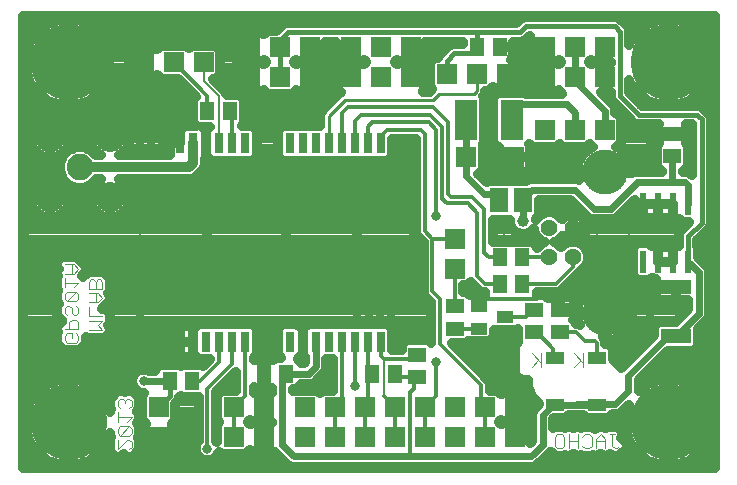
<source format=gbr>
G75*
G70*
%OFA0B0*%
%FSLAX24Y24*%
%IPPOS*%
%LPD*%
%AMOC8*
5,1,8,0,0,1.08239X$1,22.5*
%
%ADD10C,0.0040*%
%ADD11R,0.0315X0.0709*%
%ADD12R,0.0220X0.0780*%
%ADD13C,0.0562*%
%ADD14C,0.1500*%
%ADD15R,0.0650X0.0650*%
%ADD16R,0.0748X0.1339*%
%ADD17R,0.0512X0.0591*%
%ADD18R,0.0591X0.0512*%
%ADD19R,0.1000X0.0500*%
%ADD20R,0.0591X0.0413*%
%ADD21C,0.1004*%
%ADD22C,0.0886*%
%ADD23R,0.0551X0.0394*%
%ADD24C,0.2540*%
%ADD25R,0.0709X0.0669*%
%ADD26R,0.0591X0.0827*%
%ADD27C,0.0339*%
%ADD28C,0.0120*%
%ADD29C,0.0317*%
%ADD30C,0.0240*%
%ADD31C,0.0160*%
%ADD32C,0.0100*%
%ADD33C,0.0080*%
%ADD34C,0.0080*%
%ADD35C,0.0396*%
D10*
X010701Y005019D02*
X010778Y004943D01*
X011085Y004943D01*
X011161Y005019D01*
X011161Y005173D01*
X011085Y005250D01*
X010931Y005250D02*
X010931Y005096D01*
X010931Y005250D02*
X010778Y005250D01*
X010701Y005173D01*
X010701Y005019D01*
X010701Y005403D02*
X011161Y005403D01*
X011161Y005633D01*
X011085Y005710D01*
X010931Y005710D01*
X010854Y005633D01*
X010854Y005403D01*
X011501Y005363D02*
X011961Y005363D01*
X011808Y005517D01*
X011961Y005670D01*
X011501Y005670D01*
X011501Y005824D02*
X011501Y006131D01*
X011501Y006284D02*
X011808Y006284D01*
X011961Y006438D01*
X011808Y006591D01*
X011501Y006591D01*
X011501Y006745D02*
X011501Y006975D01*
X011578Y007052D01*
X011654Y007052D01*
X011731Y006975D01*
X011731Y006745D01*
X011731Y006591D02*
X011731Y006284D01*
X011501Y006745D02*
X011961Y006745D01*
X011961Y006975D01*
X011885Y007052D01*
X011808Y007052D01*
X011731Y006975D01*
X011161Y006938D02*
X011008Y006784D01*
X011085Y006631D02*
X010778Y006631D01*
X010701Y006554D01*
X010701Y006401D01*
X010778Y006324D01*
X011085Y006631D01*
X011161Y006554D01*
X011161Y006401D01*
X011085Y006324D01*
X010778Y006324D01*
X010778Y006170D02*
X010701Y006094D01*
X010701Y005940D01*
X010778Y005863D01*
X010931Y005940D02*
X010931Y006094D01*
X010854Y006170D01*
X010778Y006170D01*
X010931Y005940D02*
X011008Y005863D01*
X011085Y005863D01*
X011161Y005940D01*
X011161Y006094D01*
X011085Y006170D01*
X011501Y005824D02*
X011961Y005824D01*
X010701Y006784D02*
X010701Y007091D01*
X010701Y006938D02*
X011161Y006938D01*
X011008Y007245D02*
X010701Y007245D01*
X010931Y007245D02*
X010931Y007552D01*
X011008Y007552D02*
X010701Y007552D01*
X011008Y007552D02*
X011161Y007398D01*
X011008Y007245D01*
X012553Y003077D02*
X012476Y003000D01*
X012476Y002846D01*
X012553Y002770D01*
X012476Y002616D02*
X012476Y002309D01*
X012476Y002463D02*
X012936Y002463D01*
X012783Y002309D01*
X012860Y002156D02*
X012553Y002156D01*
X012476Y002079D01*
X012476Y001926D01*
X012553Y001849D01*
X012860Y002156D01*
X012936Y002079D01*
X012936Y001926D01*
X012860Y001849D01*
X012553Y001849D01*
X012476Y001695D02*
X012476Y001388D01*
X012783Y001695D01*
X012860Y001695D01*
X012936Y001619D01*
X012936Y001465D01*
X012860Y001388D01*
X012860Y002770D02*
X012936Y002846D01*
X012936Y003000D01*
X012860Y003077D01*
X012783Y003077D01*
X012706Y003000D01*
X012629Y003077D01*
X012553Y003077D01*
X012706Y003000D02*
X012706Y002923D01*
X026263Y004129D02*
X026493Y004359D01*
X026570Y004282D02*
X026263Y004589D01*
X026570Y004589D02*
X026570Y004129D01*
X027688Y004129D02*
X027918Y004359D01*
X027995Y004282D02*
X027688Y004589D01*
X027995Y004589D02*
X027995Y004129D01*
X028035Y001890D02*
X028188Y001890D01*
X028265Y001814D01*
X028265Y001507D01*
X028188Y001430D01*
X028035Y001430D01*
X027958Y001507D01*
X027805Y001430D02*
X027805Y001890D01*
X027958Y001814D02*
X028035Y001890D01*
X028419Y001737D02*
X028419Y001430D01*
X028419Y001660D02*
X028726Y001660D01*
X028726Y001737D02*
X028726Y001430D01*
X028956Y001507D02*
X028956Y001890D01*
X029033Y001890D02*
X028879Y001890D01*
X028726Y001737D02*
X028572Y001890D01*
X028419Y001737D01*
X028956Y001507D02*
X029033Y001430D01*
X029109Y001430D01*
X029186Y001507D01*
X027805Y001660D02*
X027498Y001660D01*
X027344Y001507D02*
X027268Y001430D01*
X027114Y001430D01*
X027037Y001507D01*
X027037Y001814D01*
X027114Y001890D01*
X027268Y001890D01*
X027344Y001814D01*
X027344Y001507D01*
X027498Y001430D02*
X027498Y001890D01*
D11*
X021236Y004978D03*
X020803Y004978D03*
X020370Y004978D03*
X019937Y004978D03*
X019504Y004978D03*
X019071Y004978D03*
X018638Y004978D03*
X018205Y004978D03*
X016709Y004978D03*
X016276Y004978D03*
X015843Y004978D03*
X015410Y004978D03*
X014977Y004978D03*
X014544Y004978D03*
X014544Y011592D03*
X014977Y011592D03*
X015410Y011592D03*
X015843Y011592D03*
X016276Y011592D03*
X016709Y011592D03*
X018205Y011592D03*
X018638Y011592D03*
X019071Y011592D03*
X019504Y011592D03*
X019937Y011592D03*
X020370Y011592D03*
X020803Y011592D03*
X021236Y011592D03*
D12*
X029981Y009580D03*
X030481Y009580D03*
X030981Y009580D03*
X031481Y009580D03*
X031481Y007640D03*
X030981Y007640D03*
X030481Y007640D03*
X029981Y007640D03*
D13*
X027643Y007793D03*
X026856Y007793D03*
X026856Y008777D03*
X027643Y008777D03*
D14*
X028706Y010647D03*
X028706Y005923D03*
D15*
X025706Y002785D03*
X024706Y002785D03*
X023706Y002785D03*
X022706Y002785D03*
X021706Y002785D03*
X020706Y002785D03*
X019706Y002785D03*
X018706Y002785D03*
X018706Y001785D03*
X019706Y001785D03*
X020706Y001785D03*
X021706Y001785D03*
X022706Y001785D03*
X023706Y001785D03*
X024706Y001785D03*
X025706Y001785D03*
X017331Y001785D03*
X016331Y001785D03*
X016331Y002785D03*
X017331Y002785D03*
X013831Y002785D03*
X013831Y001785D03*
X023706Y007410D03*
X023706Y008410D03*
X026706Y012035D03*
X027706Y012035D03*
X028706Y012035D03*
X028706Y013785D03*
X027706Y013785D03*
X026706Y013785D03*
X026706Y014785D03*
X027706Y014785D03*
X028706Y014785D03*
X025431Y013885D03*
X024431Y013885D03*
X023431Y013885D03*
X022231Y013785D03*
X021231Y013785D03*
X020231Y013785D03*
X020231Y014785D03*
X021231Y014785D03*
X022231Y014785D03*
X018881Y014785D03*
X017881Y014785D03*
X016881Y014785D03*
X016881Y013785D03*
X017881Y013785D03*
X018881Y013785D03*
X015331Y014285D03*
X014331Y014285D03*
X013331Y014285D03*
D16*
X024063Y012360D03*
X025599Y012360D03*
D17*
X025205Y014785D03*
X024457Y014785D03*
X016205Y012660D03*
X015457Y012660D03*
X025207Y007785D03*
X025955Y007785D03*
X025955Y006910D03*
X025207Y006910D03*
X021705Y003910D03*
X020957Y003910D03*
X018080Y003910D03*
X017332Y003910D03*
X014955Y003660D03*
X014207Y003660D03*
D18*
X022456Y003786D03*
X022456Y004534D03*
X023706Y005411D03*
X023706Y006159D03*
X026331Y006034D03*
X026331Y005286D03*
X027206Y005286D03*
X027206Y006034D03*
X030956Y011161D03*
X030956Y011909D03*
D19*
X031081Y006785D03*
X031081Y005160D03*
D20*
X028456Y004447D03*
X027031Y004447D03*
X027031Y002873D03*
X028456Y002873D03*
D21*
X012206Y009785D03*
X010206Y009785D03*
X010206Y011785D03*
X012206Y011785D03*
D22*
X011206Y010785D03*
D23*
X024523Y006159D03*
X025389Y005785D03*
X024523Y005411D03*
D24*
X030831Y002285D03*
X030831Y014285D03*
X010831Y014285D03*
X010831Y002285D03*
D25*
X024074Y011135D03*
X025688Y011135D03*
D26*
X025975Y009685D03*
X025187Y009685D03*
D27*
X009300Y015816D02*
X009300Y000754D01*
X032362Y000754D01*
X032362Y015816D01*
X009300Y015816D01*
X009300Y015800D02*
X032362Y015800D01*
X032362Y015463D02*
X031659Y015463D01*
X031689Y015443D02*
X031572Y015521D01*
X031447Y015588D01*
X031316Y015642D01*
X031181Y015683D01*
X031042Y015711D01*
X030977Y015717D01*
X030977Y014431D01*
X032263Y014431D01*
X032256Y014496D01*
X032229Y014635D01*
X032188Y014771D01*
X032134Y014901D01*
X032067Y015026D01*
X031988Y015143D01*
X031899Y015253D01*
X031799Y015353D01*
X031689Y015443D01*
X032001Y015125D02*
X032362Y015125D01*
X032362Y014788D02*
X032181Y014788D01*
X032261Y014451D02*
X032362Y014451D01*
X032263Y014139D02*
X030977Y014139D01*
X030977Y014431D01*
X030685Y014431D01*
X030685Y015717D01*
X030620Y015711D01*
X030481Y015683D01*
X030345Y015642D01*
X030215Y015588D01*
X030090Y015521D01*
X029972Y015443D01*
X029863Y015353D01*
X029763Y015253D01*
X029673Y015143D01*
X029595Y015026D01*
X029528Y014901D01*
X029515Y014870D01*
X029515Y015372D01*
X029468Y015485D01*
X029293Y015660D01*
X029293Y015660D01*
X029206Y015747D01*
X029093Y015794D01*
X026019Y015794D01*
X025906Y015747D01*
X025753Y015594D01*
X018069Y015594D01*
X017956Y015547D01*
X017748Y015339D01*
X017461Y015339D01*
X017339Y015217D01*
X017310Y015246D01*
X017271Y015268D01*
X017228Y015279D01*
X016881Y015279D01*
X016881Y014785D01*
X016881Y014291D01*
X017228Y014291D01*
X017271Y014302D01*
X017310Y014324D01*
X017339Y014353D01*
X017407Y014285D01*
X017339Y014217D01*
X017310Y014246D01*
X017271Y014268D01*
X017228Y014279D01*
X016881Y014279D01*
X016881Y013785D01*
X016881Y013291D01*
X017228Y013291D01*
X017271Y013302D01*
X017310Y013324D01*
X017339Y013353D01*
X017461Y013231D01*
X018301Y013231D01*
X018423Y013353D01*
X018452Y013324D01*
X018491Y013302D01*
X018534Y013291D01*
X018881Y013291D01*
X019228Y013291D01*
X019271Y013302D01*
X019310Y013324D01*
X019342Y013356D01*
X019364Y013395D01*
X019375Y013438D01*
X019375Y013785D01*
X019375Y014132D01*
X019364Y014175D01*
X019342Y014214D01*
X019310Y014246D01*
X019271Y014268D01*
X019228Y014279D01*
X018881Y014279D01*
X018881Y013785D01*
X019375Y013785D01*
X018881Y013785D01*
X018881Y013785D01*
X018881Y013785D01*
X018881Y013291D01*
X018881Y013785D01*
X018881Y013785D01*
X018881Y014279D01*
X018534Y014279D01*
X018491Y014268D01*
X018452Y014246D01*
X018423Y014217D01*
X018355Y014285D01*
X018423Y014353D01*
X018452Y014324D01*
X018491Y014302D01*
X018534Y014291D01*
X018881Y014291D01*
X019228Y014291D01*
X019271Y014302D01*
X019310Y014324D01*
X019342Y014356D01*
X019364Y014395D01*
X019375Y014438D01*
X019375Y014785D01*
X019375Y014976D01*
X019737Y014976D01*
X019737Y014785D01*
X019737Y014438D01*
X019748Y014395D01*
X019770Y014356D01*
X019802Y014324D01*
X019841Y014302D01*
X019884Y014291D01*
X020231Y014291D01*
X020578Y014291D01*
X020621Y014302D01*
X020660Y014324D01*
X020689Y014353D01*
X020757Y014285D01*
X020689Y014217D01*
X020660Y014246D01*
X020621Y014268D01*
X020578Y014279D01*
X020231Y014279D01*
X020231Y013785D01*
X020231Y013785D01*
X020231Y014279D01*
X019884Y014279D01*
X019841Y014268D01*
X019802Y014246D01*
X019770Y014214D01*
X019748Y014175D01*
X019737Y014132D01*
X019737Y013785D01*
X019737Y013438D01*
X019748Y013395D01*
X019770Y013356D01*
X019802Y013324D01*
X019841Y013302D01*
X019884Y013291D01*
X019918Y013291D01*
X019873Y013272D01*
X019794Y013193D01*
X019267Y012666D01*
X019225Y012564D01*
X019225Y012176D01*
X017952Y012176D01*
X017818Y012041D01*
X017818Y011143D01*
X017952Y011008D01*
X021489Y011008D01*
X021623Y011143D01*
X021623Y011746D01*
X022417Y011746D01*
X022417Y008602D01*
X022461Y008496D01*
X022542Y008415D01*
X022667Y008290D01*
X022667Y006602D01*
X022711Y006496D01*
X022792Y006415D01*
X022917Y006290D01*
X022917Y004949D01*
X022846Y005019D01*
X022066Y005019D01*
X021931Y004885D01*
X021931Y004699D01*
X021623Y004699D01*
X021623Y005427D01*
X021489Y005562D01*
X018819Y005562D01*
X018759Y005502D01*
X018638Y005502D01*
X018517Y005502D01*
X018457Y005562D01*
X017952Y005562D01*
X017818Y005427D01*
X017818Y004529D01*
X017912Y004435D01*
X017729Y004435D01*
X017656Y004362D01*
X017653Y004363D01*
X017610Y004375D01*
X017332Y004375D01*
X017332Y003910D01*
X017332Y003910D01*
X017332Y003445D01*
X017607Y003445D01*
X017607Y003279D01*
X017331Y003279D01*
X017331Y002785D01*
X017331Y002785D01*
X017331Y002291D01*
X017607Y002291D01*
X017607Y002279D01*
X017331Y002279D01*
X017331Y001785D01*
X017331Y001291D01*
X017678Y001291D01*
X017700Y001297D01*
X017758Y001239D01*
X018133Y000864D01*
X018261Y000811D01*
X026325Y000811D01*
X026454Y000864D01*
X026552Y000962D01*
X026829Y001239D01*
X026891Y001301D01*
X026896Y001295D01*
X026896Y001295D01*
X026903Y001289D01*
X026973Y001219D01*
X026973Y001219D01*
X026973Y001219D01*
X027002Y001207D01*
X027065Y001181D01*
X027317Y001181D01*
X027383Y001208D01*
X027448Y001181D01*
X027547Y001181D01*
X027639Y001219D01*
X027651Y001231D01*
X027664Y001219D01*
X027755Y001181D01*
X027854Y001181D01*
X027920Y001208D01*
X027922Y001207D01*
X027985Y001181D01*
X028238Y001181D01*
X028304Y001208D01*
X028369Y001181D01*
X028468Y001181D01*
X028560Y001219D01*
X028572Y001231D01*
X028584Y001219D01*
X028676Y001181D01*
X028775Y001181D01*
X028867Y001219D01*
X028879Y001231D01*
X028891Y001219D01*
X028891Y001219D01*
X028891Y001219D01*
X028920Y001207D01*
X028983Y001181D01*
X029159Y001181D01*
X029251Y001219D01*
X029321Y001289D01*
X029397Y001365D01*
X029435Y001457D01*
X029435Y001556D01*
X029397Y001648D01*
X029327Y001718D01*
X029245Y001752D01*
X029282Y001841D01*
X029282Y001940D01*
X029244Y002032D01*
X029174Y002102D01*
X029082Y002140D01*
X028829Y002140D01*
X028738Y002102D01*
X028726Y002090D01*
X028713Y002102D01*
X028711Y002103D01*
X028622Y002140D01*
X028523Y002140D01*
X028521Y002139D01*
X028431Y002102D01*
X028431Y002102D01*
X028380Y002051D01*
X028331Y002101D01*
X028330Y002102D01*
X028293Y002117D01*
X028238Y002140D01*
X027985Y002140D01*
X027920Y002113D01*
X027854Y002140D01*
X027755Y002140D01*
X027664Y002102D01*
X027651Y002090D01*
X027639Y002102D01*
X027547Y002140D01*
X027448Y002140D01*
X027383Y002113D01*
X027372Y002117D01*
X027317Y002140D01*
X027065Y002140D01*
X026980Y002105D01*
X026980Y002390D01*
X027027Y002437D01*
X027421Y002437D01*
X027508Y002523D01*
X027979Y002523D01*
X028066Y002437D01*
X028846Y002437D01*
X028970Y002561D01*
X029125Y002561D01*
X029254Y002614D01*
X029519Y002879D01*
X029474Y002771D01*
X029433Y002635D01*
X029405Y002496D01*
X029399Y002431D01*
X030685Y002431D01*
X030685Y003717D01*
X030620Y003711D01*
X030481Y003683D01*
X030345Y003642D01*
X030215Y003588D01*
X030090Y003521D01*
X029972Y003443D01*
X029863Y003353D01*
X029830Y003320D01*
X029830Y003690D01*
X030821Y004681D01*
X031676Y004681D01*
X031810Y004815D01*
X031810Y005395D01*
X032127Y005712D01*
X032180Y005841D01*
X032180Y007354D01*
X032127Y007483D01*
X031820Y007790D01*
X031820Y008125D01*
X031790Y008155D01*
X031790Y008357D01*
X032106Y008673D01*
X032193Y008760D01*
X032240Y008873D01*
X032240Y012447D01*
X032193Y012560D01*
X031956Y012797D01*
X031843Y012844D01*
X029959Y012844D01*
X029515Y013288D01*
X029515Y013700D01*
X029528Y013669D01*
X029595Y013544D01*
X029673Y013427D01*
X029763Y013317D01*
X029863Y013217D01*
X029972Y013127D01*
X030090Y013049D01*
X030215Y012982D01*
X030345Y012928D01*
X030481Y012887D01*
X030620Y012859D01*
X030685Y012853D01*
X030685Y014139D01*
X030977Y014139D01*
X030977Y012853D01*
X031042Y012859D01*
X031181Y012887D01*
X031316Y012928D01*
X031447Y012982D01*
X031572Y013049D01*
X031689Y013127D01*
X031799Y013217D01*
X031899Y013317D01*
X031988Y013427D01*
X032067Y013544D01*
X032134Y013669D01*
X032188Y013799D01*
X032229Y013935D01*
X032256Y014074D01*
X032263Y014139D01*
X032260Y014114D02*
X032362Y014114D01*
X032362Y013776D02*
X032178Y013776D01*
X031997Y013439D02*
X032362Y013439D01*
X032362Y013102D02*
X031651Y013102D01*
X031989Y012764D02*
X032362Y012764D01*
X032362Y012427D02*
X032240Y012427D01*
X032240Y012090D02*
X032362Y012090D01*
X032362Y011753D02*
X032240Y011753D01*
X032240Y011415D02*
X032362Y011415D01*
X032362Y011078D02*
X032240Y011078D01*
X032240Y010741D02*
X032362Y010741D01*
X032362Y010403D02*
X032240Y010403D01*
X032240Y010066D02*
X032362Y010066D01*
X032362Y009729D02*
X032240Y009729D01*
X032240Y009392D02*
X032362Y009392D01*
X032362Y009054D02*
X032240Y009054D01*
X032151Y008717D02*
X032362Y008717D01*
X032362Y008380D02*
X031813Y008380D01*
X031820Y008042D02*
X032362Y008042D01*
X032362Y007705D02*
X031905Y007705D01*
X032175Y007368D02*
X032362Y007368D01*
X032362Y007031D02*
X032180Y007031D01*
X032180Y006693D02*
X032362Y006693D01*
X032362Y006356D02*
X032180Y006356D01*
X032180Y006019D02*
X032362Y006019D01*
X032362Y005682D02*
X032097Y005682D01*
X032362Y005344D02*
X031810Y005344D01*
X031810Y005007D02*
X032362Y005007D01*
X032362Y004670D02*
X030810Y004670D01*
X030472Y004332D02*
X032362Y004332D01*
X032362Y003995D02*
X030135Y003995D01*
X030398Y003658D02*
X029830Y003658D01*
X029830Y003321D02*
X029831Y003321D01*
X029436Y002646D02*
X029286Y002646D01*
X029399Y002139D02*
X029405Y002074D01*
X029433Y001935D01*
X029474Y001799D01*
X029528Y001669D01*
X029595Y001544D01*
X029673Y001427D01*
X029763Y001317D01*
X029863Y001217D01*
X029972Y001127D01*
X030090Y001049D01*
X030215Y000982D01*
X030345Y000928D01*
X030481Y000887D01*
X030620Y000859D01*
X030685Y000853D01*
X030685Y002139D01*
X030977Y002139D01*
X030977Y002431D01*
X032263Y002431D01*
X032256Y002496D01*
X032229Y002635D01*
X032188Y002771D01*
X032134Y002901D01*
X032067Y003026D01*
X031988Y003143D01*
X031899Y003253D01*
X031799Y003353D01*
X031689Y003443D01*
X031572Y003521D01*
X031447Y003588D01*
X031316Y003642D01*
X031181Y003683D01*
X031042Y003711D01*
X030977Y003717D01*
X030977Y002431D01*
X030685Y002431D01*
X030685Y002139D01*
X029399Y002139D01*
X029426Y001971D02*
X029269Y001971D01*
X029403Y001634D02*
X029547Y001634D01*
X029329Y001297D02*
X029784Y001297D01*
X030270Y000960D02*
X026550Y000960D01*
X026552Y000962D02*
X026552Y000962D01*
X026887Y001297D02*
X026895Y001297D01*
X026282Y001680D02*
X026200Y001599D01*
X026200Y001785D01*
X026200Y002132D01*
X026189Y002175D01*
X026167Y002214D01*
X026135Y002246D01*
X026096Y002268D01*
X026053Y002279D01*
X025706Y002279D01*
X025706Y001785D01*
X026200Y001785D01*
X025706Y001785D01*
X025706Y001785D01*
X025706Y001785D01*
X025706Y002279D01*
X025359Y002279D01*
X025316Y002268D01*
X025277Y002246D01*
X025248Y002217D01*
X025180Y002285D01*
X025248Y002353D01*
X025277Y002324D01*
X025316Y002302D01*
X025359Y002291D01*
X025706Y002291D01*
X026053Y002291D01*
X026096Y002302D01*
X026135Y002324D01*
X026167Y002356D01*
X026189Y002395D01*
X026200Y002438D01*
X026200Y002785D01*
X026200Y003132D01*
X026189Y003175D01*
X026167Y003214D01*
X026135Y003246D01*
X026096Y003268D01*
X026053Y003279D01*
X025706Y003279D01*
X025706Y002785D01*
X026200Y002785D01*
X025706Y002785D01*
X025706Y002785D01*
X025706Y002785D01*
X025706Y002291D01*
X025706Y002785D01*
X025706Y002785D01*
X025706Y003279D01*
X025359Y003279D01*
X025316Y003268D01*
X025277Y003246D01*
X025248Y003217D01*
X025126Y003339D01*
X024870Y003339D01*
X024870Y003593D01*
X024826Y003699D01*
X024745Y003780D01*
X023600Y004926D01*
X024096Y004926D01*
X024155Y004985D01*
X024894Y004985D01*
X025028Y005119D01*
X025028Y005359D01*
X025760Y005359D01*
X025806Y005405D01*
X025806Y004958D01*
X025792Y004947D01*
X025774Y004929D01*
X025758Y004908D01*
X025744Y004887D01*
X025733Y004863D01*
X025725Y004839D01*
X025719Y004814D01*
X025716Y004788D01*
X025716Y003929D01*
X025719Y003904D01*
X025725Y003879D01*
X025733Y003854D01*
X025744Y003831D01*
X025758Y003809D01*
X025774Y003789D01*
X025792Y003771D01*
X025812Y003755D01*
X025834Y003741D01*
X025858Y003730D01*
X025882Y003721D01*
X025907Y003716D01*
X025933Y003713D01*
X026130Y003713D01*
X026130Y003481D01*
X026267Y003150D01*
X026506Y002911D01*
X026506Y002904D01*
X026335Y002733D01*
X026282Y002604D01*
X026282Y001680D01*
X026236Y001634D02*
X026200Y001634D01*
X026200Y001971D02*
X026282Y001971D01*
X025706Y001971D02*
X025706Y001971D01*
X025706Y002309D02*
X025706Y002309D01*
X025706Y002646D02*
X025706Y002646D01*
X026200Y002646D02*
X026299Y002646D01*
X026282Y002309D02*
X026108Y002309D01*
X026980Y002309D02*
X030685Y002309D01*
X030977Y002309D02*
X032362Y002309D01*
X032263Y002139D02*
X030977Y002139D01*
X030977Y000853D01*
X031042Y000859D01*
X031181Y000887D01*
X031316Y000928D01*
X031447Y000982D01*
X031572Y001049D01*
X031689Y001127D01*
X031799Y001217D01*
X031899Y001317D01*
X031988Y001427D01*
X032067Y001544D01*
X032134Y001669D01*
X032188Y001799D01*
X032229Y001935D01*
X032256Y002074D01*
X032263Y002139D01*
X032236Y001971D02*
X032362Y001971D01*
X032362Y001634D02*
X032115Y001634D01*
X031878Y001297D02*
X032362Y001297D01*
X032362Y000960D02*
X031392Y000960D01*
X030977Y000960D02*
X030685Y000960D01*
X030685Y001297D02*
X030977Y001297D01*
X030977Y001634D02*
X030685Y001634D01*
X030685Y001971D02*
X030977Y001971D01*
X030977Y002646D02*
X030685Y002646D01*
X030685Y002983D02*
X030977Y002983D01*
X030977Y003321D02*
X030685Y003321D01*
X030685Y003658D02*
X030977Y003658D01*
X031264Y003658D02*
X032362Y003658D01*
X032362Y003321D02*
X031831Y003321D01*
X032090Y002983D02*
X032362Y002983D01*
X032362Y002646D02*
X032226Y002646D01*
X029484Y004332D02*
X029058Y004332D01*
X028981Y004409D02*
X028981Y004749D01*
X028846Y004883D01*
X028720Y004883D01*
X028720Y004993D01*
X028676Y005099D01*
X028649Y005126D01*
X028649Y005866D01*
X027787Y005866D01*
X027798Y005769D01*
X027821Y005668D01*
X027855Y005570D01*
X027869Y005542D01*
X027788Y005575D01*
X027731Y005575D01*
X027731Y005637D01*
X027658Y005710D01*
X027659Y005713D01*
X027671Y005756D01*
X027671Y006034D01*
X027671Y006312D01*
X027659Y006355D01*
X027637Y006394D01*
X027605Y006425D01*
X027567Y006448D01*
X027524Y006459D01*
X027206Y006459D01*
X027206Y006034D01*
X027206Y006034D01*
X027671Y006034D01*
X027206Y006034D01*
X027206Y006034D01*
X027206Y006459D01*
X026888Y006459D01*
X026845Y006448D01*
X026812Y006429D01*
X026721Y006519D01*
X026440Y006519D01*
X026440Y006520D01*
X026440Y006621D01*
X027139Y006621D01*
X027245Y006665D01*
X027326Y006746D01*
X027888Y007308D01*
X027905Y007349D01*
X027932Y007360D01*
X028076Y007504D01*
X028153Y007691D01*
X028153Y007894D01*
X028076Y008082D01*
X027932Y008226D01*
X027745Y008303D01*
X027541Y008303D01*
X027354Y008226D01*
X027249Y008121D01*
X027145Y008226D01*
X027001Y008285D01*
X027145Y008344D01*
X027288Y008488D01*
X027291Y008495D01*
X027299Y008484D01*
X027350Y008434D01*
X027407Y008392D01*
X027470Y008360D01*
X027537Y008338D01*
X027608Y008327D01*
X027643Y008327D01*
X027678Y008327D01*
X027748Y008338D01*
X027816Y008360D01*
X027879Y008392D01*
X027936Y008434D01*
X027987Y008484D01*
X028028Y008541D01*
X028060Y008604D01*
X028082Y008672D01*
X028093Y008742D01*
X028093Y008777D01*
X027643Y008777D01*
X027643Y008327D01*
X027643Y008777D01*
X027643Y008777D01*
X027643Y008777D01*
X028093Y008777D01*
X028093Y008813D01*
X028082Y008883D01*
X028060Y008950D01*
X028028Y009013D01*
X027987Y009071D01*
X027936Y009121D01*
X027879Y009162D01*
X027816Y009195D01*
X027748Y009217D01*
X027678Y009228D01*
X027643Y009228D01*
X027608Y009228D01*
X027537Y009217D01*
X027470Y009195D01*
X027407Y009162D01*
X027350Y009121D01*
X027299Y009071D01*
X027291Y009059D01*
X027288Y009066D01*
X027145Y009210D01*
X026957Y009288D01*
X026754Y009288D01*
X026566Y009210D01*
X026423Y009066D01*
X026408Y009032D01*
X026408Y009070D01*
X026404Y009081D01*
X026499Y009177D01*
X026499Y009686D01*
X027561Y009686D01*
X028035Y009212D01*
X028133Y009114D01*
X028261Y009061D01*
X028975Y009061D01*
X029104Y009114D01*
X029702Y009711D01*
X029702Y009580D01*
X029702Y009168D01*
X029713Y009125D01*
X029735Y009086D01*
X029767Y009054D01*
X027998Y009054D01*
X028035Y009212D02*
X028035Y009212D01*
X027855Y009392D02*
X026499Y009392D01*
X026418Y009054D02*
X026408Y009054D01*
X026345Y008747D02*
X026345Y008676D01*
X026423Y008488D01*
X026566Y008344D01*
X026710Y008285D01*
X026566Y008226D01*
X026440Y008100D01*
X026440Y008175D01*
X026306Y008310D01*
X025604Y008310D01*
X025581Y008287D01*
X025558Y008310D01*
X024970Y008310D01*
X024970Y009042D01*
X025553Y009042D01*
X025553Y008900D01*
X025619Y008743D01*
X025739Y008623D01*
X025896Y008557D01*
X026066Y008557D01*
X026223Y008623D01*
X026343Y008743D01*
X026345Y008747D01*
X026345Y008717D02*
X026318Y008717D01*
X026531Y008380D02*
X024970Y008380D01*
X024970Y008717D02*
X025644Y008717D01*
X027180Y008380D02*
X027431Y008380D01*
X027643Y008380D02*
X027643Y008380D01*
X027855Y008380D02*
X031172Y008380D01*
X031172Y008547D02*
X031172Y008179D01*
X031156Y008188D01*
X031113Y008199D01*
X030981Y008199D01*
X030981Y007640D01*
X030981Y007640D01*
X030981Y008199D01*
X030849Y008199D01*
X030806Y008188D01*
X030767Y008166D01*
X030735Y008134D01*
X030731Y008126D01*
X030727Y008134D01*
X030695Y008166D01*
X030656Y008188D01*
X030613Y008199D01*
X030481Y008199D01*
X030481Y007640D01*
X030702Y007640D01*
X030981Y007640D01*
X030481Y007640D01*
X030481Y007640D01*
X030481Y007640D01*
X030481Y008199D01*
X030349Y008199D01*
X030306Y008188D01*
X030275Y008170D01*
X030186Y008259D01*
X029776Y008259D01*
X029642Y008125D01*
X029642Y007155D01*
X029776Y007021D01*
X030186Y007021D01*
X030275Y007110D01*
X030306Y007092D01*
X030349Y007081D01*
X030418Y007081D01*
X030412Y007057D01*
X030412Y006785D01*
X030412Y006513D01*
X030423Y006470D01*
X030445Y006431D01*
X030477Y006399D01*
X030516Y006377D01*
X030559Y006366D01*
X031081Y006366D01*
X031482Y006366D01*
X031482Y006055D01*
X031066Y005639D01*
X030486Y005639D01*
X030352Y005505D01*
X030352Y005200D01*
X029250Y004098D01*
X029220Y004170D01*
X028981Y004409D01*
X028981Y004670D02*
X029822Y004670D01*
X030159Y005007D02*
X028789Y005007D01*
X028763Y005007D02*
X028714Y005007D01*
X028763Y005004D02*
X028860Y005015D01*
X028961Y005038D01*
X029058Y005072D01*
X029151Y005117D01*
X029239Y005172D01*
X029320Y005236D01*
X029393Y005309D01*
X029457Y005390D01*
X029512Y005477D01*
X029557Y005570D01*
X029591Y005668D01*
X029614Y005769D01*
X029625Y005866D01*
X028763Y005866D01*
X028763Y005980D01*
X028649Y005980D01*
X028649Y006842D01*
X028552Y006831D01*
X028451Y006808D01*
X028354Y006774D01*
X028261Y006729D01*
X028173Y006674D01*
X028092Y006609D01*
X028019Y006536D01*
X027955Y006456D01*
X027900Y006368D01*
X027855Y006275D01*
X027821Y006178D01*
X027798Y006077D01*
X027787Y005980D01*
X028649Y005980D01*
X028649Y005866D01*
X028763Y005866D01*
X028763Y005004D01*
X028763Y005344D02*
X028649Y005344D01*
X028649Y005682D02*
X028763Y005682D01*
X028763Y005980D02*
X029625Y005980D01*
X029614Y006077D01*
X029591Y006178D01*
X029557Y006275D01*
X029512Y006368D01*
X029457Y006456D01*
X029393Y006536D01*
X029320Y006609D01*
X029239Y006674D01*
X029151Y006729D01*
X029058Y006774D01*
X028961Y006808D01*
X028860Y006831D01*
X028763Y006842D01*
X028763Y005980D01*
X028763Y006019D02*
X028649Y006019D01*
X028649Y006356D02*
X028763Y006356D01*
X028763Y006693D02*
X028649Y006693D01*
X028204Y006693D02*
X027274Y006693D01*
X027611Y007031D02*
X029766Y007031D01*
X030196Y007031D02*
X030412Y007031D01*
X030412Y006785D02*
X031081Y006785D01*
X031081Y006366D01*
X031081Y006785D01*
X031081Y006785D01*
X030412Y006785D01*
X030412Y006693D02*
X029208Y006693D01*
X029518Y006356D02*
X031482Y006356D01*
X031446Y006019D02*
X029620Y006019D01*
X029594Y005682D02*
X031108Y005682D01*
X030352Y005344D02*
X029421Y005344D01*
X027818Y005682D02*
X027686Y005682D01*
X027671Y006019D02*
X027792Y006019D01*
X027894Y006356D02*
X027659Y006356D01*
X027206Y006356D02*
X027206Y006356D01*
X027940Y007368D02*
X029642Y007368D01*
X029642Y007705D02*
X028153Y007705D01*
X028092Y008042D02*
X029642Y008042D01*
X030481Y008042D02*
X030481Y008042D01*
X030981Y008042D02*
X030981Y008042D01*
X030981Y007705D02*
X030981Y007705D01*
X030981Y007640D02*
X030981Y007640D01*
X030481Y007705D02*
X030481Y007705D01*
X031172Y008547D02*
X031219Y008660D01*
X031519Y008961D01*
X031276Y008961D01*
X031187Y009050D01*
X031156Y009032D01*
X031113Y009021D01*
X030981Y009021D01*
X030981Y009580D01*
X030981Y009580D01*
X030981Y009021D01*
X030849Y009021D01*
X030806Y009032D01*
X030767Y009054D01*
X030695Y009054D01*
X030727Y009086D01*
X030731Y009094D01*
X030735Y009086D01*
X030767Y009054D01*
X030695Y009054D02*
X030656Y009032D01*
X030613Y009021D01*
X030481Y009021D01*
X030481Y009580D01*
X030981Y009580D01*
X030702Y009580D01*
X030481Y009580D01*
X030481Y009580D01*
X030481Y009580D01*
X030481Y009021D01*
X030349Y009021D01*
X030306Y009032D01*
X030267Y009054D01*
X030195Y009054D01*
X030227Y009086D01*
X030231Y009094D01*
X030235Y009086D01*
X030267Y009054D01*
X030195Y009054D02*
X030156Y009032D01*
X030113Y009021D01*
X029981Y009021D01*
X029981Y009580D01*
X030481Y009580D01*
X030202Y009580D01*
X029981Y009580D01*
X029981Y009580D01*
X029981Y009580D01*
X029981Y009021D01*
X029849Y009021D01*
X029806Y009032D01*
X029767Y009054D01*
X029981Y009054D02*
X029981Y009054D01*
X029981Y009392D02*
X029981Y009392D01*
X029981Y009580D02*
X029702Y009580D01*
X029981Y009580D01*
X029981Y009580D01*
X029702Y009392D02*
X029382Y009392D01*
X030481Y009392D02*
X030481Y009392D01*
X030481Y009580D02*
X030481Y009580D01*
X030981Y009580D02*
X030981Y009580D01*
X030981Y009392D02*
X030981Y009392D01*
X030981Y009054D02*
X030981Y009054D01*
X030481Y009054D02*
X030481Y009054D01*
X031275Y008717D02*
X028090Y008717D01*
X027643Y008717D02*
X027643Y008717D01*
X027643Y008777D02*
X027643Y009228D01*
X027643Y008777D01*
X027643Y008777D01*
X027643Y009054D02*
X027643Y009054D01*
X027832Y010361D02*
X027775Y010384D01*
X026211Y010384D01*
X026083Y010331D01*
X026080Y010328D01*
X025584Y010328D01*
X025581Y010324D01*
X025578Y010328D01*
X024797Y010328D01*
X024765Y010295D01*
X024489Y010571D01*
X024523Y010571D01*
X024658Y010705D01*
X024658Y011565D01*
X024647Y011576D01*
X024667Y011596D01*
X024667Y013124D01*
X024641Y013150D01*
X024668Y013177D01*
X024710Y013279D01*
X024710Y013331D01*
X024851Y013331D01*
X024973Y013453D01*
X025002Y013424D01*
X025041Y013402D01*
X025084Y013391D01*
X025431Y013391D01*
X025778Y013391D01*
X025821Y013402D01*
X025860Y013424D01*
X025892Y013456D01*
X025914Y013495D01*
X025925Y013538D01*
X025925Y013885D01*
X025925Y014232D01*
X025914Y014275D01*
X025892Y014314D01*
X025860Y014346D01*
X025821Y014368D01*
X025778Y014379D01*
X025590Y014379D01*
X025596Y014386D01*
X025619Y014424D01*
X025630Y014467D01*
X025630Y014785D01*
X025630Y014976D01*
X025943Y014976D01*
X026056Y015023D01*
X026209Y015176D01*
X026223Y015176D01*
X026223Y015175D01*
X026212Y015132D01*
X026212Y014785D01*
X026212Y014438D01*
X026223Y014395D01*
X026245Y014356D01*
X026277Y014324D01*
X026316Y014302D01*
X026359Y014291D01*
X026706Y014291D01*
X027053Y014291D01*
X027096Y014302D01*
X027135Y014324D01*
X027164Y014353D01*
X027232Y014285D01*
X027164Y014217D01*
X027135Y014246D01*
X027096Y014268D01*
X027053Y014279D01*
X026706Y014279D01*
X026706Y013785D01*
X026706Y013291D01*
X027053Y013291D01*
X027096Y013302D01*
X027135Y013324D01*
X027164Y013353D01*
X027282Y013234D01*
X026092Y013234D01*
X026068Y013259D01*
X025130Y013259D01*
X024995Y013124D01*
X024995Y011596D01*
X025130Y011461D01*
X025164Y011461D01*
X025164Y011135D01*
X025164Y010778D01*
X025176Y010735D01*
X025198Y010696D01*
X025230Y010665D01*
X025268Y010643D01*
X025311Y010631D01*
X025688Y010631D01*
X025688Y011135D01*
X025164Y011135D01*
X025688Y011135D01*
X025688Y011135D01*
X025688Y011135D01*
X025688Y010631D01*
X026065Y010631D01*
X026108Y010643D01*
X026146Y010665D01*
X026178Y010696D01*
X026200Y010735D01*
X026212Y010778D01*
X026212Y011135D01*
X026212Y011492D01*
X026200Y011535D01*
X026179Y011572D01*
X026186Y011580D01*
X026286Y011481D01*
X027126Y011481D01*
X027206Y011561D01*
X027286Y011481D01*
X028126Y011481D01*
X028206Y011561D01*
X028286Y011481D01*
X028318Y011481D01*
X028261Y011453D01*
X028173Y011398D01*
X028092Y011334D01*
X028019Y011261D01*
X027955Y011180D01*
X027900Y011093D01*
X027855Y011000D01*
X027821Y010902D01*
X027798Y010801D01*
X027787Y010704D01*
X028649Y010704D01*
X028649Y010590D01*
X027787Y010590D01*
X027798Y010493D01*
X027821Y010392D01*
X027832Y010361D01*
X027819Y010403D02*
X024657Y010403D01*
X024658Y010741D02*
X025174Y010741D01*
X025164Y011078D02*
X024658Y011078D01*
X024658Y011415D02*
X025164Y011415D01*
X024995Y011753D02*
X024667Y011753D01*
X024667Y012090D02*
X024995Y012090D01*
X024995Y012427D02*
X024667Y012427D01*
X024667Y012764D02*
X024995Y012764D01*
X024995Y013102D02*
X024667Y013102D01*
X024959Y013439D02*
X024987Y013439D01*
X025431Y013439D02*
X025431Y013439D01*
X025431Y013391D02*
X025431Y013885D01*
X025925Y013885D01*
X025431Y013885D01*
X025431Y013885D01*
X025431Y013885D01*
X025431Y013391D01*
X025875Y013439D02*
X026212Y013439D01*
X026212Y013438D02*
X026223Y013395D01*
X026245Y013356D01*
X026277Y013324D01*
X026316Y013302D01*
X026359Y013291D01*
X026706Y013291D01*
X026706Y013785D01*
X026706Y013785D01*
X026706Y013785D01*
X026706Y014279D01*
X026359Y014279D01*
X026316Y014268D01*
X026277Y014246D01*
X026245Y014214D01*
X026223Y014175D01*
X026212Y014132D01*
X026212Y013785D01*
X026212Y013438D01*
X026212Y013776D02*
X025925Y013776D01*
X026212Y013785D02*
X026706Y013785D01*
X026212Y013785D01*
X026212Y014114D02*
X025925Y014114D01*
X025431Y013776D02*
X025431Y013776D01*
X025626Y014451D02*
X026212Y014451D01*
X026212Y014785D02*
X026706Y014785D01*
X026706Y014291D01*
X026706Y014785D01*
X026706Y014785D01*
X026706Y014785D01*
X026212Y014785D01*
X026212Y014788D02*
X025630Y014788D01*
X025630Y014785D02*
X025205Y014785D01*
X025205Y014785D01*
X025630Y014785D01*
X026159Y015125D02*
X026212Y015125D01*
X026706Y014451D02*
X026706Y014451D01*
X026706Y014114D02*
X026706Y014114D01*
X026706Y013785D02*
X026706Y013785D01*
X026706Y013776D02*
X026706Y013776D01*
X026706Y013439D02*
X026706Y013439D01*
X028180Y014285D02*
X028248Y014353D01*
X028277Y014324D01*
X028316Y014302D01*
X028359Y014291D01*
X028706Y014291D01*
X028897Y014291D01*
X028897Y014279D01*
X028706Y014279D01*
X028706Y013785D01*
X028706Y013291D01*
X028897Y013291D01*
X028897Y013098D01*
X028944Y012985D01*
X029031Y012898D01*
X029569Y012360D01*
X029569Y012360D01*
X029656Y012273D01*
X029769Y012226D01*
X030502Y012226D01*
X030491Y012187D01*
X030491Y011909D01*
X030956Y011909D01*
X030956Y011909D01*
X031421Y011909D01*
X031421Y012187D01*
X031410Y012226D01*
X031622Y012226D01*
X031622Y010539D01*
X031579Y010581D01*
X031450Y010634D01*
X031305Y010634D01*
X031305Y010676D01*
X031346Y010676D01*
X031481Y010810D01*
X031481Y011512D01*
X031408Y011585D01*
X031409Y011588D01*
X031421Y011631D01*
X031421Y011909D01*
X030956Y011909D01*
X030491Y011909D01*
X030491Y011631D01*
X030503Y011588D01*
X030504Y011585D01*
X030431Y011512D01*
X030431Y010810D01*
X030566Y010676D01*
X030607Y010676D01*
X030607Y010634D01*
X029711Y010634D01*
X029605Y010590D01*
X028763Y010590D01*
X028763Y010704D01*
X029625Y010704D01*
X029614Y010801D01*
X029591Y010902D01*
X029557Y011000D01*
X029512Y011093D01*
X029457Y011180D01*
X029393Y011261D01*
X029320Y011334D01*
X029239Y011398D01*
X029151Y011453D01*
X029094Y011481D01*
X029126Y011481D01*
X029260Y011615D01*
X029260Y012455D01*
X029126Y012589D01*
X029055Y012589D01*
X029055Y012729D01*
X029002Y012858D01*
X028904Y012956D01*
X028569Y013291D01*
X028706Y013291D01*
X028706Y013785D01*
X028706Y013785D01*
X028706Y013785D01*
X028706Y014279D01*
X028359Y014279D01*
X028316Y014268D01*
X028277Y014246D01*
X028248Y014217D01*
X028180Y014285D01*
X028706Y014291D02*
X028706Y014785D01*
X028706Y014291D01*
X028706Y014451D02*
X028706Y014451D01*
X028706Y014785D02*
X028706Y014785D01*
X029515Y015125D02*
X029661Y015125D01*
X029478Y015463D02*
X030003Y015463D01*
X030685Y015463D02*
X030977Y015463D01*
X030977Y015125D02*
X030685Y015125D01*
X030685Y014788D02*
X030977Y014788D01*
X030977Y014451D02*
X030685Y014451D01*
X030685Y014114D02*
X030977Y014114D01*
X030977Y013776D02*
X030685Y013776D01*
X030685Y013439D02*
X030977Y013439D01*
X030977Y013102D02*
X030685Y013102D01*
X030011Y013102D02*
X029702Y013102D01*
X029665Y013439D02*
X029515Y013439D01*
X028897Y013102D02*
X028758Y013102D01*
X029031Y012898D02*
X029031Y012898D01*
X029041Y012764D02*
X029164Y012764D01*
X029260Y012427D02*
X029501Y012427D01*
X029260Y012090D02*
X030491Y012090D01*
X030491Y011753D02*
X029260Y011753D01*
X029212Y011415D02*
X030431Y011415D01*
X030431Y011078D02*
X029519Y011078D01*
X029621Y010741D02*
X030501Y010741D01*
X031411Y010741D02*
X031622Y010741D01*
X031622Y011078D02*
X031481Y011078D01*
X031481Y011415D02*
X031622Y011415D01*
X031622Y011753D02*
X031421Y011753D01*
X031421Y012090D02*
X031622Y012090D01*
X030956Y011909D02*
X030956Y011909D01*
X028706Y013439D02*
X028706Y013439D01*
X028706Y013776D02*
X028706Y013776D01*
X028706Y014114D02*
X028706Y014114D01*
X028200Y011415D02*
X026212Y011415D01*
X026212Y011135D02*
X025688Y011135D01*
X025688Y011135D01*
X026212Y011135D01*
X026212Y011078D02*
X027893Y011078D01*
X027791Y010741D02*
X026202Y010741D01*
X025688Y010741D02*
X025688Y010741D01*
X025688Y011078D02*
X025688Y011078D01*
X022417Y011078D02*
X021559Y011078D01*
X021623Y011415D02*
X022417Y011415D01*
X022417Y010741D02*
X015330Y010741D01*
X015315Y010705D02*
X015375Y010851D01*
X015375Y011068D01*
X015410Y011068D01*
X015530Y011068D01*
X015590Y011008D01*
X016961Y011008D01*
X017096Y011143D01*
X017096Y012041D01*
X016961Y012176D01*
X016596Y012176D01*
X016690Y012270D01*
X016690Y013050D01*
X016556Y013185D01*
X016100Y013185D01*
X016100Y013214D01*
X016059Y013313D01*
X015984Y013388D01*
X015641Y013731D01*
X015751Y013731D01*
X015885Y013865D01*
X015885Y014705D01*
X015751Y014839D01*
X014911Y014839D01*
X014831Y014759D01*
X014751Y014839D01*
X013911Y014839D01*
X013789Y014717D01*
X013760Y014746D01*
X013721Y014768D01*
X013678Y014779D01*
X013331Y014779D01*
X013331Y014285D01*
X013331Y014285D01*
X013331Y013791D01*
X013678Y013791D01*
X013721Y013802D01*
X013760Y013824D01*
X013789Y013853D01*
X013911Y013731D01*
X014476Y013731D01*
X015064Y013143D01*
X014972Y013050D01*
X014972Y012270D01*
X015066Y012176D01*
X014724Y012176D01*
X014664Y012116D01*
X014544Y012116D01*
X014544Y011592D01*
X014544Y011592D01*
X014544Y012116D01*
X014364Y012116D01*
X014321Y012104D01*
X014282Y012082D01*
X014251Y012050D01*
X014228Y012012D01*
X014217Y011969D01*
X014217Y011592D01*
X014217Y011215D01*
X014225Y011184D01*
X012507Y011184D01*
X012580Y011226D01*
X012650Y011279D01*
X012712Y011341D01*
X012765Y011411D01*
X012809Y011487D01*
X012843Y011569D01*
X012866Y011654D01*
X012877Y011741D01*
X012877Y011785D01*
X012206Y011785D01*
X012877Y011785D01*
X012877Y011829D01*
X012866Y011916D01*
X012843Y012001D01*
X012809Y012083D01*
X012765Y012159D01*
X012712Y012229D01*
X012650Y012291D01*
X012580Y012344D01*
X012504Y012388D01*
X012422Y012422D01*
X012337Y012445D01*
X012250Y012456D01*
X012206Y012456D01*
X012206Y011785D01*
X012206Y011785D01*
X012206Y011785D01*
X012206Y012456D01*
X012162Y012456D01*
X012075Y012445D01*
X011990Y012422D01*
X011908Y012388D01*
X011832Y012344D01*
X011762Y012291D01*
X011700Y012229D01*
X011647Y012159D01*
X011603Y012083D01*
X011569Y012001D01*
X011546Y011916D01*
X011535Y011829D01*
X011535Y011785D01*
X011535Y011741D01*
X011546Y011654D01*
X011569Y011569D01*
X011603Y011487D01*
X011647Y011411D01*
X011700Y011341D01*
X011762Y011279D01*
X011832Y011226D01*
X011905Y011184D01*
X011758Y011184D01*
X011587Y011355D01*
X011340Y011457D01*
X011072Y011457D01*
X010825Y011355D01*
X010636Y011166D01*
X010534Y010919D01*
X010534Y010651D01*
X010636Y010404D01*
X010825Y010215D01*
X011072Y010113D01*
X011340Y010113D01*
X011587Y010215D01*
X011758Y010386D01*
X011905Y010386D01*
X011832Y010344D01*
X011762Y010291D01*
X011700Y010229D01*
X011647Y010159D01*
X011603Y010083D01*
X011569Y010001D01*
X011546Y009916D01*
X011535Y009829D01*
X011535Y009785D01*
X011535Y009741D01*
X011546Y009654D01*
X011569Y009569D01*
X011603Y009487D01*
X011647Y009411D01*
X011700Y009341D01*
X011762Y009279D01*
X011832Y009226D01*
X011908Y009182D01*
X011990Y009148D01*
X012075Y009125D01*
X012162Y009114D01*
X012206Y009114D01*
X012250Y009114D01*
X012337Y009125D01*
X012422Y009148D01*
X012504Y009182D01*
X012580Y009226D01*
X012650Y009279D01*
X012712Y009341D01*
X012765Y009411D01*
X012809Y009487D01*
X012843Y009569D01*
X012866Y009654D01*
X012877Y009741D01*
X012877Y009785D01*
X012206Y009785D01*
X012877Y009785D01*
X012877Y009829D01*
X012866Y009916D01*
X012843Y010001D01*
X012809Y010083D01*
X012765Y010159D01*
X012712Y010229D01*
X012650Y010291D01*
X012580Y010344D01*
X012507Y010386D01*
X014910Y010386D01*
X015057Y010447D01*
X015169Y010559D01*
X015315Y010705D01*
X014977Y010931D02*
X014831Y010785D01*
X011206Y010785D01*
X010600Y011078D02*
X009300Y011078D01*
X009300Y011415D02*
X009644Y011415D01*
X009647Y011411D02*
X009700Y011341D01*
X009762Y011279D01*
X009832Y011226D01*
X009908Y011182D01*
X009990Y011148D01*
X010075Y011125D01*
X010162Y011114D01*
X010206Y011114D01*
X010250Y011114D01*
X010337Y011125D01*
X010422Y011148D01*
X010504Y011182D01*
X010580Y011226D01*
X010650Y011279D01*
X010712Y011341D01*
X010765Y011411D01*
X010809Y011487D01*
X010843Y011569D01*
X010866Y011654D01*
X010877Y011741D01*
X010877Y011785D01*
X010206Y011785D01*
X010877Y011785D01*
X010877Y011829D01*
X010866Y011916D01*
X010843Y012001D01*
X010809Y012083D01*
X010765Y012159D01*
X010712Y012229D01*
X010650Y012291D01*
X010580Y012344D01*
X010504Y012388D01*
X010422Y012422D01*
X010337Y012445D01*
X010250Y012456D01*
X010206Y012456D01*
X010206Y011785D01*
X010206Y011785D01*
X010206Y011785D01*
X010206Y011114D01*
X010206Y011785D01*
X010206Y011785D01*
X010206Y012456D01*
X010162Y012456D01*
X010075Y012445D01*
X009990Y012422D01*
X009908Y012388D01*
X009832Y012344D01*
X009762Y012291D01*
X009700Y012229D01*
X009647Y012159D01*
X009603Y012083D01*
X009569Y012001D01*
X009546Y011916D01*
X009535Y011829D01*
X009535Y011785D01*
X009535Y011741D01*
X009546Y011654D01*
X009569Y011569D01*
X009603Y011487D01*
X009647Y011411D01*
X009535Y011753D02*
X009300Y011753D01*
X009535Y011785D02*
X010206Y011785D01*
X010206Y011785D01*
X009535Y011785D01*
X009607Y012090D02*
X009300Y012090D01*
X009300Y012427D02*
X010009Y012427D01*
X010206Y012427D02*
X010206Y012427D01*
X010403Y012427D02*
X012009Y012427D01*
X012206Y012427D02*
X012206Y012427D01*
X012403Y012427D02*
X014972Y012427D01*
X015270Y012135D02*
X015550Y012135D01*
X015530Y012116D01*
X015410Y012116D01*
X015410Y011592D01*
X015410Y011068D01*
X015410Y011592D01*
X015410Y011592D01*
X015410Y011592D01*
X015410Y012116D01*
X015289Y012116D01*
X015270Y012135D01*
X015410Y012090D02*
X015410Y012090D01*
X015410Y011753D02*
X015410Y011753D01*
X015410Y011415D02*
X015410Y011415D01*
X015410Y011078D02*
X015410Y011078D01*
X014977Y010931D02*
X014977Y011592D01*
X014544Y011592D02*
X014217Y011592D01*
X014544Y011592D01*
X014544Y011592D01*
X014544Y011753D02*
X014544Y011753D01*
X014217Y011753D02*
X012877Y011753D01*
X012805Y012090D02*
X014296Y012090D01*
X014544Y012090D02*
X014544Y012090D01*
X014217Y011415D02*
X012768Y011415D01*
X012206Y011785D02*
X011535Y011785D01*
X012206Y011785D01*
X012206Y011785D01*
X012206Y012090D02*
X012206Y012090D01*
X011607Y012090D02*
X010805Y012090D01*
X010877Y011753D02*
X011535Y011753D01*
X011441Y011415D02*
X011644Y011415D01*
X010971Y011415D02*
X010768Y011415D01*
X010206Y011415D02*
X010206Y011415D01*
X010206Y011753D02*
X010206Y011753D01*
X010206Y012090D02*
X010206Y012090D01*
X010481Y012887D02*
X010620Y012859D01*
X010685Y012853D01*
X010685Y014139D01*
X010977Y014139D01*
X010977Y014431D01*
X012263Y014431D01*
X012256Y014496D01*
X012229Y014635D01*
X012188Y014771D01*
X012134Y014901D01*
X012067Y015026D01*
X011988Y015143D01*
X011899Y015253D01*
X011799Y015353D01*
X011689Y015443D01*
X011572Y015521D01*
X011447Y015588D01*
X011316Y015642D01*
X011181Y015683D01*
X011042Y015711D01*
X010977Y015717D01*
X010977Y014431D01*
X010685Y014431D01*
X010685Y015717D01*
X010620Y015711D01*
X010481Y015683D01*
X010345Y015642D01*
X010215Y015588D01*
X010090Y015521D01*
X009972Y015443D01*
X009863Y015353D01*
X009763Y015253D01*
X009673Y015143D01*
X009595Y015026D01*
X009528Y014901D01*
X009474Y014771D01*
X009433Y014635D01*
X009405Y014496D01*
X009399Y014431D01*
X010685Y014431D01*
X010685Y014139D01*
X009399Y014139D01*
X009405Y014074D01*
X009433Y013935D01*
X009474Y013799D01*
X009528Y013669D01*
X009595Y013544D01*
X009673Y013427D01*
X009763Y013317D01*
X009863Y013217D01*
X009972Y013127D01*
X010090Y013049D01*
X010215Y012982D01*
X010345Y012928D01*
X010481Y012887D01*
X010685Y013102D02*
X010977Y013102D01*
X010977Y012853D02*
X011042Y012859D01*
X011181Y012887D01*
X011316Y012928D01*
X011447Y012982D01*
X011572Y013049D01*
X011689Y013127D01*
X011799Y013217D01*
X011899Y013317D01*
X011988Y013427D01*
X012067Y013544D01*
X012134Y013669D01*
X012188Y013799D01*
X012229Y013935D01*
X012256Y014074D01*
X012263Y014139D01*
X010977Y014139D01*
X010977Y012853D01*
X011651Y013102D02*
X015023Y013102D01*
X014972Y012764D02*
X009300Y012764D01*
X009300Y013102D02*
X010011Y013102D01*
X009665Y013439D02*
X009300Y013439D01*
X009300Y013776D02*
X009484Y013776D01*
X009401Y014114D02*
X009300Y014114D01*
X009300Y014451D02*
X009401Y014451D01*
X009481Y014788D02*
X009300Y014788D01*
X009300Y015125D02*
X009661Y015125D01*
X010003Y015463D02*
X009300Y015463D01*
X010685Y015463D02*
X010977Y015463D01*
X010977Y015125D02*
X010685Y015125D01*
X010685Y014788D02*
X010977Y014788D01*
X010977Y014451D02*
X010685Y014451D01*
X010685Y014114D02*
X010977Y014114D01*
X010977Y013776D02*
X010685Y013776D01*
X010685Y013439D02*
X010977Y013439D01*
X011997Y013439D02*
X014768Y013439D01*
X013865Y013776D02*
X012178Y013776D01*
X012260Y014114D02*
X012837Y014114D01*
X012837Y014285D02*
X012837Y013938D01*
X012848Y013895D01*
X012870Y013856D01*
X012902Y013824D01*
X012941Y013802D01*
X012984Y013791D01*
X013331Y013791D01*
X013331Y014285D01*
X013331Y014285D01*
X013331Y014779D01*
X012984Y014779D01*
X012941Y014768D01*
X012902Y014746D01*
X012870Y014714D01*
X012848Y014675D01*
X012837Y014632D01*
X012837Y014285D01*
X013331Y014285D01*
X013331Y014285D01*
X012837Y014285D01*
X012837Y014451D02*
X012261Y014451D01*
X012181Y014788D02*
X013860Y014788D01*
X013331Y014451D02*
X013331Y014451D01*
X013331Y014114D02*
X013331Y014114D01*
X014802Y014788D02*
X014860Y014788D01*
X015802Y014788D02*
X016387Y014788D01*
X016387Y014785D02*
X016881Y014785D01*
X016881Y014785D01*
X016881Y014785D01*
X016881Y014291D01*
X016534Y014291D01*
X016491Y014302D01*
X016452Y014324D01*
X016420Y014356D01*
X016398Y014395D01*
X016387Y014438D01*
X016387Y014785D01*
X016881Y014785D01*
X016881Y015279D01*
X016534Y015279D01*
X016491Y015268D01*
X016452Y015246D01*
X016420Y015214D01*
X016398Y015175D01*
X016387Y015132D01*
X016387Y014785D01*
X016387Y014451D02*
X015885Y014451D01*
X015885Y014114D02*
X016387Y014114D01*
X016387Y014132D02*
X016387Y013785D01*
X016387Y013438D01*
X016398Y013395D01*
X016420Y013356D01*
X016452Y013324D01*
X016491Y013302D01*
X016534Y013291D01*
X016881Y013291D01*
X016881Y013785D01*
X016881Y013785D01*
X016881Y013785D01*
X016881Y014279D01*
X016534Y014279D01*
X016491Y014268D01*
X016452Y014246D01*
X016420Y014214D01*
X016398Y014175D01*
X016387Y014132D01*
X016387Y013785D02*
X016881Y013785D01*
X016387Y013785D01*
X016387Y013776D02*
X015797Y013776D01*
X015933Y013439D02*
X016387Y013439D01*
X016881Y013439D02*
X016881Y013439D01*
X016881Y013776D02*
X016881Y013776D01*
X016881Y013785D02*
X016881Y013785D01*
X016881Y014114D02*
X016881Y014114D01*
X016881Y014451D02*
X016881Y014451D01*
X016881Y014785D02*
X016881Y014785D01*
X016881Y014788D02*
X016881Y014788D01*
X016881Y015125D02*
X016881Y015125D01*
X016387Y015125D02*
X012001Y015125D01*
X011659Y015463D02*
X017871Y015463D01*
X018881Y014785D02*
X018881Y014785D01*
X019375Y014785D01*
X018881Y014785D01*
X018881Y014785D01*
X018881Y014291D01*
X018881Y014785D01*
X018881Y014451D02*
X018881Y014451D01*
X018881Y014114D02*
X018881Y014114D01*
X018881Y013776D02*
X018881Y013776D01*
X018881Y013439D02*
X018881Y013439D01*
X019375Y013439D02*
X019737Y013439D01*
X019737Y013776D02*
X019375Y013776D01*
X019375Y014114D02*
X019737Y014114D01*
X019737Y013785D02*
X020231Y013785D01*
X019737Y013785D01*
X020231Y013785D02*
X020231Y013785D01*
X020231Y014114D02*
X020231Y014114D01*
X020231Y014291D02*
X020231Y014785D01*
X020231Y014291D01*
X020231Y014451D02*
X020231Y014451D01*
X020231Y014785D02*
X020231Y014785D01*
X019737Y014785D01*
X020231Y014785D01*
X020231Y014785D01*
X019737Y014788D02*
X019375Y014788D01*
X019375Y014451D02*
X019737Y014451D01*
X021705Y014285D02*
X021773Y014353D01*
X021802Y014324D01*
X021841Y014302D01*
X021884Y014291D01*
X022231Y014291D01*
X022578Y014291D01*
X022621Y014302D01*
X022660Y014324D01*
X022692Y014356D01*
X022714Y014395D01*
X022725Y014438D01*
X022725Y014785D01*
X022725Y014976D01*
X023972Y014976D01*
X023972Y014894D01*
X023619Y014894D01*
X023506Y014847D01*
X023419Y014760D01*
X023169Y014510D01*
X023139Y014439D01*
X023011Y014439D01*
X022877Y014305D01*
X022877Y013465D01*
X022946Y013395D01*
X022944Y013393D01*
X022865Y013314D01*
X022643Y013314D01*
X022660Y013324D01*
X022692Y013356D01*
X022714Y013395D01*
X022725Y013438D01*
X022725Y013785D01*
X022725Y014132D01*
X022714Y014175D01*
X022692Y014214D01*
X022660Y014246D01*
X022621Y014268D01*
X022578Y014279D01*
X022231Y014279D01*
X022231Y013785D01*
X022725Y013785D01*
X022231Y013785D01*
X022231Y013785D01*
X022231Y013785D01*
X022231Y014279D01*
X021884Y014279D01*
X021841Y014268D01*
X021802Y014246D01*
X021773Y014217D01*
X021705Y014285D01*
X022231Y014291D02*
X022231Y014785D01*
X022725Y014785D01*
X022231Y014785D01*
X022231Y014785D01*
X022231Y014291D01*
X022231Y014451D02*
X022231Y014451D01*
X022231Y014785D02*
X022231Y014785D01*
X022725Y014788D02*
X023447Y014788D01*
X023144Y014451D02*
X022725Y014451D01*
X022725Y014114D02*
X022877Y014114D01*
X022877Y013776D02*
X022725Y013776D01*
X022725Y013439D02*
X022903Y013439D01*
X022231Y014114D02*
X022231Y014114D01*
X019703Y013102D02*
X016639Y013102D01*
X016690Y012764D02*
X019365Y012764D01*
X019225Y012427D02*
X016690Y012427D01*
X017047Y012090D02*
X017867Y012090D01*
X017818Y011753D02*
X017096Y011753D01*
X017096Y011415D02*
X017818Y011415D01*
X017883Y011078D02*
X017031Y011078D01*
X014952Y010403D02*
X022417Y010403D01*
X022417Y010066D02*
X012816Y010066D01*
X012876Y009729D02*
X022417Y009729D01*
X022417Y009392D02*
X012750Y009392D01*
X012206Y009392D02*
X012206Y009392D01*
X012206Y009114D02*
X012206Y009785D01*
X012206Y009785D01*
X012206Y009785D01*
X012206Y009114D01*
X011662Y009392D02*
X010750Y009392D01*
X010765Y009411D02*
X010809Y009487D01*
X010843Y009569D01*
X010866Y009654D01*
X010877Y009741D01*
X010877Y009785D01*
X010206Y009785D01*
X010877Y009785D01*
X010877Y009829D01*
X010866Y009916D01*
X010843Y010001D01*
X010809Y010083D01*
X010765Y010159D01*
X010712Y010229D01*
X010650Y010291D01*
X010580Y010344D01*
X010504Y010388D01*
X010422Y010422D01*
X010337Y010445D01*
X010250Y010456D01*
X010206Y010456D01*
X010206Y009785D01*
X010206Y009785D01*
X010206Y009785D01*
X010206Y009114D01*
X010250Y009114D01*
X010337Y009125D01*
X010422Y009148D01*
X010504Y009182D01*
X010580Y009226D01*
X010650Y009279D01*
X010712Y009341D01*
X010765Y009411D01*
X010876Y009729D02*
X011536Y009729D01*
X011535Y009785D02*
X012206Y009785D01*
X012206Y009785D01*
X011535Y009785D01*
X011596Y010066D02*
X010816Y010066D01*
X010637Y010403D02*
X010467Y010403D01*
X010206Y010403D02*
X010206Y010403D01*
X010206Y010456D02*
X010162Y010456D01*
X010075Y010445D01*
X009990Y010422D01*
X009908Y010388D01*
X009832Y010344D01*
X009762Y010291D01*
X009700Y010229D01*
X009647Y010159D01*
X009603Y010083D01*
X009569Y010001D01*
X009546Y009916D01*
X009535Y009829D01*
X009535Y009785D01*
X009535Y009741D01*
X009546Y009654D01*
X009569Y009569D01*
X009603Y009487D01*
X009647Y009411D01*
X009700Y009341D01*
X009762Y009279D01*
X009832Y009226D01*
X009908Y009182D01*
X009990Y009148D01*
X010075Y009125D01*
X010162Y009114D01*
X010206Y009114D01*
X010206Y009785D01*
X010206Y009785D01*
X010206Y010456D01*
X009945Y010403D02*
X009300Y010403D01*
X009300Y010066D02*
X009596Y010066D01*
X009535Y009785D02*
X010206Y009785D01*
X009535Y009785D01*
X009536Y009729D02*
X009300Y009729D01*
X009300Y009392D02*
X009662Y009392D01*
X009300Y009054D02*
X022417Y009054D01*
X022417Y008717D02*
X009300Y008717D01*
X009300Y008380D02*
X022577Y008380D01*
X022667Y008042D02*
X009300Y008042D01*
X009300Y007705D02*
X010502Y007705D01*
X010490Y007693D02*
X010452Y007601D01*
X010452Y007502D01*
X010490Y007410D01*
X010502Y007398D01*
X010490Y007386D01*
X010452Y007294D01*
X010452Y007195D01*
X010463Y007168D01*
X010452Y007141D01*
X010452Y006735D01*
X010479Y006669D01*
X010452Y006604D01*
X010452Y006351D01*
X010490Y006259D01*
X010502Y006247D01*
X010490Y006235D01*
X010490Y006235D01*
X010490Y006235D01*
X010479Y006210D01*
X010452Y006143D01*
X010452Y005891D01*
X010490Y005799D01*
X010605Y005683D01*
X010605Y005633D01*
X010560Y005614D01*
X010490Y005544D01*
X010452Y005453D01*
X010452Y005353D01*
X010479Y005288D01*
X010478Y005285D01*
X010452Y005222D01*
X010452Y004970D01*
X010490Y004878D01*
X010560Y004808D01*
X010636Y004731D01*
X010728Y004693D01*
X011134Y004693D01*
X011201Y004721D01*
X011226Y004731D01*
X011296Y004801D01*
X011303Y004808D01*
X011372Y004877D01*
X011373Y004878D01*
X011388Y004915D01*
X011411Y004970D01*
X011411Y005131D01*
X011451Y005114D01*
X012011Y005114D01*
X012103Y005152D01*
X012173Y005222D01*
X012211Y005314D01*
X012211Y005413D01*
X012173Y005505D01*
X012169Y005508D01*
X012161Y005517D01*
X012173Y005529D01*
X012211Y005621D01*
X012211Y005720D01*
X012200Y005747D01*
X012211Y005774D01*
X012211Y005873D01*
X012173Y005965D01*
X012103Y006035D01*
X012011Y006073D01*
X011950Y006073D01*
X012103Y006226D01*
X012173Y006296D01*
X012174Y006299D01*
X012211Y006388D01*
X012211Y006487D01*
X012210Y006489D01*
X012173Y006579D01*
X012161Y006591D01*
X012173Y006603D01*
X012211Y006695D01*
X012211Y007024D01*
X012173Y007116D01*
X012096Y007193D01*
X012026Y007263D01*
X011934Y007301D01*
X011758Y007301D01*
X011731Y007290D01*
X011704Y007301D01*
X011528Y007301D01*
X011474Y007278D01*
X011436Y007263D01*
X011435Y007262D01*
X011366Y007193D01*
X011366Y007193D01*
X011360Y007186D01*
X011360Y007186D01*
X011313Y007139D01*
X011303Y007149D01*
X011300Y007150D01*
X011276Y007160D01*
X011303Y007187D01*
X011373Y007257D01*
X011374Y007259D01*
X011411Y007348D01*
X011411Y007448D01*
X011410Y007450D01*
X011373Y007539D01*
X011373Y007539D01*
X011219Y007693D01*
X011149Y007763D01*
X011058Y007801D01*
X010651Y007801D01*
X010560Y007763D01*
X010490Y007693D01*
X010482Y007368D02*
X009300Y007368D01*
X009300Y007031D02*
X010452Y007031D01*
X010469Y006693D02*
X009300Y006693D01*
X009300Y006356D02*
X010452Y006356D01*
X010452Y006019D02*
X009300Y006019D01*
X009300Y005682D02*
X010605Y005682D01*
X010605Y005683D02*
X010605Y005683D01*
X010455Y005344D02*
X009300Y005344D01*
X009300Y005007D02*
X010452Y005007D01*
X011226Y004731D02*
X011226Y004731D01*
X011226Y004731D01*
X011303Y004808D02*
X011303Y004808D01*
X011373Y004878D02*
X011373Y004878D01*
X011411Y005007D02*
X014217Y005007D01*
X014217Y004978D02*
X014544Y004978D01*
X014650Y004978D01*
X014977Y004978D01*
X014977Y004978D01*
X014977Y005502D01*
X015097Y005502D01*
X015157Y005562D01*
X016961Y005562D01*
X017096Y005427D01*
X017096Y004529D01*
X016998Y004431D01*
X016998Y004356D01*
X017011Y004363D01*
X017054Y004375D01*
X017332Y004375D01*
X017332Y003910D01*
X017332Y003910D01*
X017332Y003445D01*
X017054Y003445D01*
X017011Y003457D01*
X016998Y003464D01*
X016998Y003279D01*
X017331Y003279D01*
X017331Y002785D01*
X017331Y002785D01*
X017331Y002291D01*
X016984Y002291D01*
X016941Y002302D01*
X016902Y002324D01*
X016873Y002353D01*
X016805Y002285D01*
X016873Y002217D01*
X016902Y002246D01*
X016941Y002268D01*
X016984Y002279D01*
X017331Y002279D01*
X017331Y001785D01*
X017331Y001785D01*
X017331Y001785D01*
X017331Y001291D01*
X016984Y001291D01*
X016941Y001302D01*
X016902Y001324D01*
X016873Y001353D01*
X016751Y001231D01*
X015911Y001231D01*
X015834Y001308D01*
X015785Y001190D01*
X015676Y001081D01*
X015533Y001022D01*
X015379Y001022D01*
X015236Y001081D01*
X015127Y001190D01*
X015068Y001333D01*
X015068Y001487D01*
X015127Y001630D01*
X015167Y001670D01*
X015167Y003135D01*
X014604Y003135D01*
X014581Y003158D01*
X014558Y003135D01*
X014516Y003135D01*
X014516Y003099D01*
X014469Y002986D01*
X014385Y002902D01*
X014385Y002365D01*
X014263Y002243D01*
X014292Y002214D01*
X014314Y002175D01*
X014325Y002132D01*
X014325Y001785D01*
X013831Y001785D01*
X013831Y001785D01*
X014325Y001785D01*
X014325Y001438D01*
X014314Y001395D01*
X014292Y001356D01*
X014260Y001324D01*
X014221Y001302D01*
X014178Y001291D01*
X013831Y001291D01*
X013831Y001785D01*
X013831Y001785D01*
X013831Y001291D01*
X013484Y001291D01*
X013441Y001302D01*
X013402Y001324D01*
X013370Y001356D01*
X013348Y001395D01*
X013337Y001438D01*
X013337Y001785D01*
X013831Y001785D01*
X013831Y001785D01*
X013337Y001785D01*
X013337Y002132D01*
X013348Y002175D01*
X013370Y002214D01*
X013399Y002243D01*
X013277Y002365D01*
X013277Y003205D01*
X013343Y003272D01*
X013254Y003272D01*
X013111Y003331D01*
X013002Y003440D01*
X012943Y003583D01*
X012943Y003737D01*
X013002Y003880D01*
X013111Y003989D01*
X013254Y004048D01*
X013408Y004048D01*
X013502Y004009D01*
X013722Y004009D01*
X013722Y004050D01*
X013856Y004185D01*
X014558Y004185D01*
X014581Y004162D01*
X014604Y004185D01*
X015306Y004185D01*
X015314Y004177D01*
X015531Y004394D01*
X015157Y004394D01*
X015097Y004454D01*
X014977Y004454D01*
X014977Y004978D01*
X014977Y004978D01*
X014977Y005502D01*
X014797Y005502D01*
X014760Y005492D01*
X014723Y005502D01*
X014544Y005502D01*
X014544Y004978D01*
X014544Y004978D01*
X014977Y004978D01*
X014977Y004454D01*
X014797Y004454D01*
X014760Y004464D01*
X014723Y004454D01*
X014544Y004454D01*
X014544Y004978D01*
X014544Y004978D01*
X014544Y004978D01*
X014544Y005502D01*
X014364Y005502D01*
X014321Y005490D01*
X014282Y005468D01*
X014251Y005436D01*
X014228Y005398D01*
X014217Y005355D01*
X014217Y004978D01*
X014217Y004601D01*
X014228Y004558D01*
X014251Y004520D01*
X014282Y004488D01*
X014321Y004466D01*
X014364Y004454D01*
X014544Y004454D01*
X014544Y004978D01*
X014544Y004978D01*
X014217Y004978D01*
X014217Y004670D02*
X009300Y004670D01*
X009300Y004332D02*
X015469Y004332D01*
X014977Y004670D02*
X014977Y004670D01*
X014977Y004978D02*
X014977Y004978D01*
X014977Y005007D02*
X014977Y005007D01*
X014544Y005007D02*
X014544Y005007D01*
X014544Y004670D02*
X014544Y004670D01*
X014544Y005344D02*
X014544Y005344D01*
X014217Y005344D02*
X012211Y005344D01*
X012211Y005682D02*
X022917Y005682D01*
X022917Y006019D02*
X012119Y006019D01*
X012103Y006226D02*
X012103Y006226D01*
X012198Y006356D02*
X022851Y006356D01*
X022792Y006415D02*
X022792Y006415D01*
X022667Y006693D02*
X012210Y006693D01*
X012173Y006579D02*
X012173Y006579D01*
X012173Y006579D01*
X012208Y007031D02*
X022667Y007031D01*
X022667Y007368D02*
X011411Y007368D01*
X011436Y007263D02*
X011436Y007263D01*
X011303Y007187D02*
X011303Y007187D01*
X011207Y007705D02*
X022667Y007705D01*
X023995Y006856D02*
X024126Y006856D01*
X024239Y006968D01*
X024292Y006915D01*
X024461Y006746D01*
X024542Y006665D01*
X024648Y006621D01*
X024722Y006621D01*
X024722Y006525D01*
X024523Y006525D01*
X024523Y006159D01*
X024523Y006159D01*
X024523Y006525D01*
X024225Y006525D01*
X024217Y006523D01*
X024096Y006644D01*
X023995Y006644D01*
X023995Y006856D01*
X023995Y006693D02*
X024513Y006693D01*
X024523Y006356D02*
X024523Y006356D01*
X025028Y005344D02*
X025806Y005344D01*
X025806Y005007D02*
X024916Y005007D01*
X025716Y004670D02*
X023856Y004670D01*
X024193Y004332D02*
X025716Y004332D01*
X025716Y003995D02*
X024530Y003995D01*
X024843Y003658D02*
X026130Y003658D01*
X026196Y003321D02*
X025145Y003321D01*
X025706Y002983D02*
X025706Y002983D01*
X026200Y002983D02*
X026434Y002983D01*
X025304Y002309D02*
X025204Y002309D01*
X028330Y002102D02*
X028330Y002102D01*
X022917Y005007D02*
X022859Y005007D01*
X022917Y005344D02*
X021623Y005344D01*
X021623Y005007D02*
X022053Y005007D01*
X019648Y004394D02*
X019648Y003339D01*
X019286Y003339D01*
X019206Y003259D01*
X019126Y003339D01*
X018305Y003339D01*
X018305Y003385D01*
X018431Y003385D01*
X018565Y003520D01*
X018565Y003561D01*
X018900Y003561D01*
X019029Y003614D01*
X019127Y003712D01*
X019367Y003952D01*
X019421Y004081D01*
X019421Y004394D01*
X019648Y004394D01*
X019648Y004332D02*
X019421Y004332D01*
X019385Y003995D02*
X019648Y003995D01*
X019648Y003658D02*
X019073Y003658D01*
X019145Y003321D02*
X019267Y003321D01*
X018686Y004259D02*
X018565Y004259D01*
X018565Y004300D01*
X018464Y004401D01*
X018517Y004454D01*
X018638Y004454D01*
X018638Y004978D01*
X018638Y005502D01*
X018638Y004978D01*
X018638Y004978D01*
X018638Y004978D01*
X018638Y004454D01*
X018722Y004454D01*
X018722Y004295D01*
X018686Y004259D01*
X018722Y004332D02*
X018533Y004332D01*
X018638Y004670D02*
X018638Y004670D01*
X018638Y005007D02*
X018638Y005007D01*
X018638Y005344D02*
X018638Y005344D01*
X017818Y005344D02*
X017096Y005344D01*
X017096Y005007D02*
X017818Y005007D01*
X017818Y004670D02*
X017096Y004670D01*
X017332Y004332D02*
X017332Y004332D01*
X017332Y003995D02*
X017332Y003995D01*
X017332Y003658D02*
X017332Y003658D01*
X017607Y003321D02*
X016998Y003321D01*
X017331Y002983D02*
X017331Y002983D01*
X017331Y002646D02*
X017331Y002646D01*
X017331Y002309D02*
X017331Y002309D01*
X016929Y002309D02*
X016829Y002309D01*
X017331Y001971D02*
X017331Y001971D01*
X017331Y001634D02*
X017331Y001634D01*
X017331Y001297D02*
X017331Y001297D01*
X016960Y001297D02*
X016817Y001297D01*
X015845Y001297D02*
X015829Y001297D01*
X015777Y001638D02*
X015745Y001670D01*
X015745Y003290D01*
X016420Y003964D01*
X016420Y003339D01*
X015911Y003339D01*
X015777Y003205D01*
X015777Y002365D01*
X015857Y002285D01*
X015777Y002205D01*
X015777Y001638D01*
X015777Y001971D02*
X015745Y001971D01*
X015745Y002309D02*
X015833Y002309D01*
X015777Y002646D02*
X015745Y002646D01*
X015745Y002983D02*
X015777Y002983D01*
X015776Y003321D02*
X015892Y003321D01*
X016113Y003658D02*
X016420Y003658D01*
X015167Y002983D02*
X014467Y002983D01*
X014385Y002646D02*
X015167Y002646D01*
X015167Y002309D02*
X014329Y002309D01*
X014325Y001971D02*
X015167Y001971D01*
X015131Y001634D02*
X014325Y001634D01*
X014202Y001297D02*
X015083Y001297D01*
X013831Y001297D02*
X013831Y001297D01*
X013831Y001634D02*
X013831Y001634D01*
X013460Y001297D02*
X013121Y001297D01*
X013148Y001324D02*
X013175Y001389D01*
X013186Y001416D01*
X013186Y001668D01*
X013148Y001760D01*
X013136Y001772D01*
X013148Y001784D01*
X013164Y001823D01*
X013186Y001876D01*
X013186Y002129D01*
X013148Y002220D01*
X013097Y002271D01*
X013148Y002321D01*
X013149Y002324D01*
X013186Y002413D01*
X013186Y002512D01*
X013185Y002514D01*
X013148Y002604D01*
X013097Y002655D01*
X013148Y002705D01*
X013164Y002744D01*
X013186Y002797D01*
X013186Y003049D01*
X013148Y003141D01*
X013071Y003218D01*
X013001Y003288D01*
X012909Y003326D01*
X012733Y003326D01*
X012706Y003315D01*
X012679Y003326D01*
X012503Y003326D01*
X012449Y003303D01*
X012411Y003288D01*
X012410Y003287D01*
X012341Y003218D01*
X012341Y003218D01*
X012335Y003211D01*
X012265Y003141D01*
X012265Y003141D01*
X012265Y003141D01*
X012254Y003116D01*
X012227Y003049D01*
X012227Y002797D01*
X012254Y002731D01*
X012227Y002666D01*
X012227Y002643D01*
X012188Y002771D01*
X012134Y002901D01*
X012067Y003026D01*
X011988Y003143D01*
X011899Y003253D01*
X011799Y003353D01*
X011689Y003443D01*
X011572Y003521D01*
X011447Y003588D01*
X011316Y003642D01*
X011181Y003683D01*
X011042Y003711D01*
X010977Y003717D01*
X010977Y002431D01*
X010685Y002431D01*
X010685Y003717D01*
X010620Y003711D01*
X010481Y003683D01*
X010345Y003642D01*
X010215Y003588D01*
X010090Y003521D01*
X009972Y003443D01*
X009863Y003353D01*
X009763Y003253D01*
X009673Y003143D01*
X009595Y003026D01*
X009528Y002901D01*
X009474Y002771D01*
X009433Y002635D01*
X009405Y002496D01*
X009399Y002431D01*
X010685Y002431D01*
X010685Y002139D01*
X010977Y002139D01*
X010977Y000853D01*
X011042Y000859D01*
X011181Y000887D01*
X011316Y000928D01*
X011447Y000982D01*
X011572Y001049D01*
X011689Y001127D01*
X011799Y001217D01*
X011899Y001317D01*
X011988Y001427D01*
X012067Y001544D01*
X012134Y001669D01*
X012188Y001799D01*
X012227Y001927D01*
X012227Y001876D01*
X012254Y001810D01*
X012227Y001745D01*
X012227Y001339D01*
X012265Y001247D01*
X012335Y001177D01*
X012426Y001139D01*
X012526Y001139D01*
X012617Y001177D01*
X012668Y001228D01*
X012718Y001177D01*
X012810Y001139D01*
X012909Y001139D01*
X013001Y001177D01*
X013078Y001254D01*
X013148Y001324D01*
X013078Y001254D02*
X013078Y001254D01*
X013186Y001634D02*
X013337Y001634D01*
X013337Y001971D02*
X013186Y001971D01*
X013135Y002309D02*
X013333Y002309D01*
X013277Y002646D02*
X013106Y002646D01*
X013148Y002604D02*
X013148Y002604D01*
X013186Y002983D02*
X013277Y002983D01*
X013136Y003321D02*
X012922Y003321D01*
X012720Y003321D02*
X012692Y003321D01*
X012490Y003321D02*
X011831Y003321D01*
X012090Y002983D02*
X012227Y002983D01*
X012411Y003288D02*
X012411Y003288D01*
X012943Y003658D02*
X011264Y003658D01*
X010977Y003658D02*
X010685Y003658D01*
X010398Y003658D02*
X009300Y003658D01*
X009300Y003995D02*
X013126Y003995D01*
X014977Y005344D02*
X014977Y005344D01*
X010977Y003321D02*
X010685Y003321D01*
X010685Y002983D02*
X010977Y002983D01*
X010977Y002646D02*
X010685Y002646D01*
X010685Y002309D02*
X009300Y002309D01*
X009399Y002139D02*
X009405Y002074D01*
X009433Y001935D01*
X009474Y001799D01*
X009528Y001669D01*
X009595Y001544D01*
X009673Y001427D01*
X009763Y001317D01*
X009863Y001217D01*
X009972Y001127D01*
X010090Y001049D01*
X010215Y000982D01*
X010345Y000928D01*
X010481Y000887D01*
X010620Y000859D01*
X010685Y000853D01*
X010685Y002139D01*
X009399Y002139D01*
X009426Y001971D02*
X009300Y001971D01*
X009300Y001634D02*
X009547Y001634D01*
X009784Y001297D02*
X009300Y001297D01*
X009300Y000960D02*
X010270Y000960D01*
X010685Y000960D02*
X010977Y000960D01*
X010977Y001297D02*
X010685Y001297D01*
X010685Y001634D02*
X010977Y001634D01*
X010977Y001971D02*
X010685Y001971D01*
X011878Y001297D02*
X012244Y001297D01*
X012227Y001634D02*
X012115Y001634D01*
X011392Y000960D02*
X018037Y000960D01*
X012227Y002646D02*
X012226Y002646D01*
X009831Y003321D02*
X009300Y003321D01*
X009300Y002983D02*
X009572Y002983D01*
X009436Y002646D02*
X009300Y002646D01*
X010206Y009392D02*
X010206Y009392D01*
X010206Y009729D02*
X010206Y009729D01*
X010206Y009785D02*
X010206Y009785D01*
X010206Y010066D02*
X010206Y010066D01*
X010534Y010741D02*
X009300Y010741D01*
X012206Y009729D02*
X012206Y009729D01*
X031081Y006785D02*
X031081Y006785D01*
X031081Y006693D02*
X031081Y006693D01*
D28*
X028431Y004935D02*
X028431Y004374D01*
X028456Y004447D01*
X028431Y004935D02*
X028381Y004985D01*
X028031Y004985D01*
X027730Y005286D01*
X027206Y005286D01*
X026981Y004735D02*
X026430Y005286D01*
X026331Y005286D01*
X026082Y005785D02*
X025389Y005785D01*
X026082Y005785D02*
X026331Y006034D01*
X026456Y006410D02*
X024456Y006410D01*
X024456Y006226D01*
X024523Y006159D01*
X023706Y006159D02*
X023706Y007410D01*
X024456Y007160D02*
X024456Y009260D01*
X024131Y009585D01*
X023431Y009585D01*
X023281Y009735D01*
X023281Y012135D01*
X022881Y012535D01*
X020581Y012535D01*
X020370Y012324D01*
X020370Y011592D01*
X020803Y011592D02*
X020803Y012132D01*
X020956Y012285D01*
X022831Y012285D01*
X023081Y012035D01*
X023081Y009160D01*
X022706Y008660D02*
X022706Y011910D01*
X022581Y012035D01*
X021456Y012035D01*
X021236Y011816D01*
X021236Y011592D01*
X019937Y011592D02*
X019937Y012591D01*
X020131Y012785D01*
X020181Y012785D02*
X022981Y012785D01*
X023481Y012285D01*
X023481Y009885D01*
X023581Y009785D01*
X024281Y009785D01*
X024681Y009385D01*
X024681Y007935D01*
X024831Y007785D01*
X025207Y007785D01*
X025955Y007785D02*
X025963Y007793D01*
X026856Y007793D01*
X027643Y007793D02*
X027643Y007472D01*
X027081Y006910D01*
X025955Y006910D01*
X026456Y006410D02*
X026581Y006535D01*
X026706Y006535D01*
X027206Y006035D01*
X027206Y006034D01*
X026981Y004735D02*
X026981Y004485D01*
X024581Y003535D02*
X024581Y002910D01*
X024706Y002785D01*
X024706Y001785D01*
X022706Y001785D02*
X022706Y002785D01*
X023081Y003160D01*
X023081Y004285D01*
X022456Y004410D02*
X022456Y004534D01*
X022456Y004535D01*
X022456Y004410D02*
X021331Y004410D01*
X021236Y004504D01*
X021236Y004978D01*
X021206Y004947D01*
X021206Y004910D01*
X020803Y004978D02*
X020803Y003910D01*
X020957Y003910D01*
X020803Y003910D02*
X020803Y002882D01*
X020706Y002785D01*
X020706Y001785D01*
X021706Y001785D02*
X021706Y002785D01*
X021331Y003160D01*
X020381Y003485D02*
X020381Y004967D01*
X020370Y004978D01*
X019937Y004978D02*
X019937Y003016D01*
X019706Y002785D01*
X019706Y001785D01*
X022206Y001160D02*
X022206Y003285D01*
X022331Y003410D01*
X022331Y003785D01*
X022332Y003786D01*
X022456Y003786D01*
X021829Y003786D01*
X021705Y003910D01*
X021706Y003911D01*
X023206Y004910D02*
X024581Y003535D01*
X023206Y004910D02*
X023206Y006410D01*
X022956Y006660D01*
X022956Y008410D01*
X023706Y008410D01*
X022956Y008410D02*
X022706Y008660D01*
X024456Y007160D02*
X024706Y006910D01*
X025207Y006910D01*
X024523Y005411D02*
X023706Y005411D01*
X016709Y004978D02*
X016709Y003163D01*
X016331Y002785D01*
X016331Y001785D01*
X015456Y001410D02*
X015456Y003410D01*
X016276Y004230D01*
X016276Y004978D01*
X015843Y004978D02*
X015843Y004297D01*
X015206Y003660D01*
X014955Y003660D01*
X016276Y011592D02*
X016276Y012589D01*
X016205Y012660D01*
X015457Y012660D02*
X015457Y013159D01*
X014331Y014285D01*
D29*
X016056Y014110D03*
X016056Y013760D03*
X016056Y013410D03*
X014831Y012660D03*
X014706Y012285D03*
X014331Y012285D03*
X013956Y012285D03*
X013956Y011910D03*
X013956Y011535D03*
X013581Y011535D03*
X013206Y011535D03*
X012831Y011285D03*
X013206Y011910D03*
X013206Y012285D03*
X013206Y012660D03*
X013456Y012785D03*
X012831Y012660D03*
X012456Y012660D03*
X012081Y012660D03*
X011706Y012660D03*
X011331Y012660D03*
X010956Y012660D03*
X010581Y012660D03*
X010206Y012660D03*
X009831Y012660D03*
X009456Y012660D03*
X009456Y012285D03*
X009456Y011910D03*
X009456Y011535D03*
X009456Y011160D03*
X009456Y010785D03*
X009456Y010410D03*
X009456Y010035D03*
X009456Y009660D03*
X009456Y009285D03*
X009456Y008910D03*
X009831Y008910D03*
X010206Y008910D03*
X010581Y008910D03*
X010956Y008910D03*
X011331Y008910D03*
X011706Y008910D03*
X012081Y008910D03*
X012456Y008910D03*
X012831Y008910D03*
X013206Y008785D03*
X013206Y009160D03*
X013206Y009535D03*
X013206Y009910D03*
X013206Y010285D03*
X013581Y010285D03*
X013956Y010285D03*
X014331Y010285D03*
X014706Y010285D03*
X015081Y010285D03*
X015456Y010410D03*
X015456Y010035D03*
X015456Y009660D03*
X015456Y009285D03*
X015456Y008910D03*
X015456Y008535D03*
X015456Y008160D03*
X015456Y007785D03*
X015456Y007410D03*
X015456Y007035D03*
X015456Y006660D03*
X015456Y006285D03*
X015831Y006035D03*
X015831Y005660D03*
X016206Y005660D03*
X016581Y005660D03*
X016956Y005660D03*
X017331Y005660D03*
X017706Y005660D03*
X018081Y005660D03*
X018456Y005660D03*
X018831Y005660D03*
X019206Y005660D03*
X019581Y005660D03*
X019956Y005660D03*
X020456Y005910D03*
X020831Y005910D03*
X021206Y005910D03*
X021581Y005910D03*
X021831Y006160D03*
X022081Y006410D03*
X022331Y006660D03*
X022331Y007035D03*
X022331Y007410D03*
X022331Y007785D03*
X022331Y008160D03*
X022331Y008535D03*
X022331Y008910D03*
X022331Y009285D03*
X022331Y009660D03*
X022331Y010035D03*
X022331Y010410D03*
X022331Y010785D03*
X021831Y010785D03*
X021456Y010785D03*
X021081Y010785D03*
X020706Y010785D03*
X020331Y010785D03*
X019956Y010785D03*
X019581Y010785D03*
X019206Y010785D03*
X018831Y010785D03*
X018456Y010785D03*
X018081Y010785D03*
X017706Y010785D03*
X017331Y010785D03*
X016956Y010785D03*
X016581Y010785D03*
X016206Y010785D03*
X015831Y010785D03*
X015456Y010785D03*
X016831Y012235D03*
X017206Y012235D03*
X017581Y012235D03*
X017956Y012235D03*
X018331Y012235D03*
X018706Y012235D03*
X019081Y012235D03*
X019081Y012610D03*
X019556Y013460D03*
X019556Y013810D03*
X019556Y014160D03*
X019556Y014510D03*
X019556Y014860D03*
X019706Y015785D03*
X020081Y015785D03*
X020456Y015785D03*
X020831Y015785D03*
X021206Y015785D03*
X021581Y015785D03*
X021956Y015785D03*
X022331Y015785D03*
X022706Y015785D03*
X023081Y015785D03*
X023456Y015785D03*
X023831Y015785D03*
X024206Y015785D03*
X024581Y015785D03*
X024956Y015785D03*
X025331Y015785D03*
X025706Y015785D03*
X026081Y015785D03*
X026456Y015785D03*
X026831Y015785D03*
X027206Y015785D03*
X027581Y015785D03*
X027956Y015785D03*
X028331Y015785D03*
X028706Y015785D03*
X029081Y015785D03*
X029456Y015785D03*
X029831Y015785D03*
X030206Y015785D03*
X030581Y015785D03*
X030956Y015785D03*
X031331Y015785D03*
X031706Y015785D03*
X032081Y015785D03*
X032331Y015285D03*
X032331Y014910D03*
X032331Y014535D03*
X032331Y014160D03*
X032331Y013785D03*
X032331Y013410D03*
X032331Y013035D03*
X032331Y012660D03*
X032331Y012285D03*
X032331Y011910D03*
X032331Y011535D03*
X032331Y011160D03*
X032331Y010785D03*
X032331Y010410D03*
X032331Y010035D03*
X032331Y009660D03*
X032331Y009285D03*
X032331Y008910D03*
X032331Y008535D03*
X032331Y008160D03*
X032331Y007785D03*
X032331Y007410D03*
X032331Y007035D03*
X032331Y006660D03*
X032331Y006285D03*
X032331Y005910D03*
X032331Y005535D03*
X032331Y005160D03*
X032331Y004785D03*
X032331Y004410D03*
X032331Y004035D03*
X032331Y003660D03*
X032331Y003285D03*
X032331Y002910D03*
X032331Y002535D03*
X032331Y002160D03*
X032331Y001785D03*
X032331Y001410D03*
X032331Y001035D03*
X032081Y000785D03*
X031706Y000785D03*
X031331Y000785D03*
X030956Y000785D03*
X030581Y000785D03*
X030206Y000785D03*
X029831Y000785D03*
X029456Y000785D03*
X029081Y000785D03*
X028706Y000785D03*
X028331Y000785D03*
X027956Y000785D03*
X027581Y000785D03*
X027206Y000785D03*
X026831Y000785D03*
X026456Y000785D03*
X026081Y000785D03*
X025706Y000785D03*
X025331Y000785D03*
X024956Y000785D03*
X024581Y000785D03*
X024206Y000785D03*
X023831Y000785D03*
X023456Y000785D03*
X023081Y000785D03*
X022706Y000785D03*
X022331Y000785D03*
X021956Y000785D03*
X021581Y000785D03*
X021206Y000785D03*
X020831Y000785D03*
X020456Y000785D03*
X020081Y000785D03*
X019706Y000785D03*
X019331Y000785D03*
X018956Y000785D03*
X018581Y000785D03*
X018206Y000785D03*
X017831Y000785D03*
X017456Y000785D03*
X017081Y000785D03*
X016706Y000785D03*
X016331Y000785D03*
X015956Y000785D03*
X015581Y000785D03*
X015206Y000785D03*
X014831Y000785D03*
X014456Y000785D03*
X014081Y000785D03*
X013706Y000785D03*
X013331Y000785D03*
X012956Y000785D03*
X012581Y000785D03*
X012206Y000785D03*
X011831Y000785D03*
X011456Y000785D03*
X011081Y000785D03*
X010706Y000785D03*
X010331Y000785D03*
X009956Y000785D03*
X009581Y000785D03*
X009331Y001035D03*
X009331Y001410D03*
X009331Y001785D03*
X009331Y002160D03*
X009331Y002535D03*
X009331Y002910D03*
X009331Y003285D03*
X009331Y003660D03*
X009331Y004035D03*
X009331Y004410D03*
X009331Y004785D03*
X009331Y005160D03*
X009331Y005535D03*
X009331Y005910D03*
X009331Y006285D03*
X009331Y006660D03*
X009331Y007035D03*
X009331Y007410D03*
X009331Y007785D03*
X009331Y008160D03*
X009331Y008535D03*
X013206Y008410D03*
X013206Y008035D03*
X013206Y007660D03*
X013206Y007285D03*
X013206Y006910D03*
X013206Y006535D03*
X013206Y006160D03*
X013206Y005785D03*
X013206Y005410D03*
X013206Y005035D03*
X013206Y004660D03*
X013581Y004660D03*
X013956Y004535D03*
X014331Y004285D03*
X014706Y004285D03*
X015081Y004285D03*
X013956Y004910D03*
X013956Y005285D03*
X013956Y005660D03*
X014331Y005660D03*
X014706Y005660D03*
X015081Y005660D03*
X015456Y005660D03*
X017681Y004435D03*
X019181Y003660D03*
X019531Y003935D03*
X019531Y004310D03*
X020381Y003485D03*
X021706Y005160D03*
X022081Y005160D03*
X022706Y005285D03*
X024131Y004735D03*
X025231Y004785D03*
X025231Y004410D03*
X025231Y004035D03*
X025256Y003610D03*
X025606Y003460D03*
X026006Y003460D03*
X026331Y003035D03*
X026281Y002535D03*
X026281Y002160D03*
X026281Y001760D03*
X029056Y004360D03*
X029456Y004410D03*
X029706Y004660D03*
X029956Y004910D03*
X030206Y005160D03*
X030206Y005535D03*
X030206Y005910D03*
X030206Y006285D03*
X030206Y006660D03*
X029856Y006935D03*
X029381Y007160D03*
X028931Y007160D03*
X028456Y007285D03*
X028081Y007035D03*
X027706Y006785D03*
X027406Y006510D03*
X028456Y007660D03*
X028456Y008035D03*
X028456Y008410D03*
X028456Y008785D03*
X028831Y009035D03*
X029206Y009035D03*
X029506Y008710D03*
X029481Y008285D03*
X029481Y007835D03*
X027581Y009535D03*
X027206Y009535D03*
X026406Y010560D03*
X026406Y010960D03*
X026406Y011360D03*
X027206Y011410D03*
X027206Y011035D03*
X027206Y010660D03*
X025556Y010460D03*
X025106Y010460D03*
X024706Y010460D03*
X023081Y009160D03*
X025331Y008410D03*
X025706Y008410D03*
X026081Y008410D03*
X029831Y010910D03*
X030206Y010910D03*
X030206Y011285D03*
X030206Y011660D03*
X030206Y012035D03*
X029831Y012035D03*
X029456Y012035D03*
X031556Y011985D03*
X031556Y011535D03*
X031556Y011135D03*
X026706Y013260D03*
X026306Y013260D03*
X025956Y013460D03*
X025956Y013860D03*
X025956Y014260D03*
X025956Y014710D03*
X023556Y014910D03*
X023206Y014910D03*
X022806Y014860D03*
X022806Y014460D03*
X023156Y014560D03*
X022806Y014110D03*
X022806Y013760D03*
X022331Y011535D03*
X021831Y011535D03*
X021831Y011160D03*
X022331Y011160D03*
X020456Y010410D03*
X020456Y010035D03*
X020456Y009660D03*
X020456Y009285D03*
X020456Y008910D03*
X020456Y008535D03*
X020456Y008160D03*
X020456Y007785D03*
X020456Y007410D03*
X020456Y007035D03*
X020456Y006660D03*
X020456Y006285D03*
X018456Y006035D03*
X018081Y006285D03*
X018081Y006660D03*
X018081Y007035D03*
X018081Y007410D03*
X018081Y007785D03*
X018081Y008160D03*
X018081Y008535D03*
X018081Y008910D03*
X018081Y009285D03*
X018081Y009660D03*
X018081Y010035D03*
X018081Y010410D03*
X016056Y014460D03*
X016056Y014810D03*
X015956Y015785D03*
X016331Y015785D03*
X016706Y015785D03*
X017081Y015785D03*
X017456Y015785D03*
X017831Y015785D03*
X018206Y015785D03*
X018581Y015785D03*
X018956Y015785D03*
X019331Y015785D03*
X015581Y015785D03*
X015206Y015785D03*
X014831Y015785D03*
X014456Y015785D03*
X014081Y015785D03*
X013706Y015785D03*
X013331Y015785D03*
X012956Y015785D03*
X012581Y015785D03*
X012206Y015785D03*
X011831Y015785D03*
X011456Y015785D03*
X011081Y015785D03*
X010706Y015785D03*
X010331Y015785D03*
X009956Y015785D03*
X009581Y015785D03*
X009331Y015285D03*
X009331Y014910D03*
X009331Y014535D03*
X009331Y014160D03*
X009331Y013785D03*
X009331Y013410D03*
X009331Y013035D03*
X023081Y004285D03*
X025256Y005210D03*
X028856Y004960D03*
X029231Y004835D03*
X017331Y003335D03*
X016331Y003535D03*
X013331Y003660D03*
X015456Y001410D03*
D30*
X017956Y001535D02*
X017956Y003786D01*
X018080Y003910D01*
X018831Y003910D01*
X019071Y004150D01*
X019071Y004978D01*
X014207Y003660D02*
X013331Y003660D01*
X017956Y001535D02*
X018331Y001160D01*
X022206Y001160D01*
X026256Y001160D01*
X026631Y001535D01*
X026631Y002535D01*
X027031Y002935D01*
X027031Y002873D01*
X028456Y002873D01*
X027767Y002910D01*
X029056Y002910D01*
X029481Y003335D01*
X029481Y003835D01*
X030781Y005135D01*
X030806Y005135D01*
X030831Y005160D01*
X031081Y005160D01*
X031831Y005910D01*
X031831Y007285D01*
X031481Y007635D01*
X031481Y007640D01*
X031481Y009580D02*
X031481Y010185D01*
X031381Y010285D01*
X030956Y010285D01*
X029781Y010285D01*
X028906Y009410D01*
X028331Y009410D01*
X027706Y010035D01*
X026281Y010035D01*
X025975Y009729D01*
X025975Y009685D01*
X025975Y008991D01*
X025981Y008985D01*
X025187Y009685D02*
X025187Y009791D01*
X025231Y009835D01*
X025181Y009885D01*
X024681Y009885D01*
X024074Y010492D01*
X024074Y011135D01*
X024074Y012349D01*
X024063Y012360D01*
X025481Y012478D02*
X025599Y012360D01*
X025481Y012478D02*
X025481Y012685D01*
X025681Y012885D01*
X027431Y012885D01*
X027706Y012610D01*
X027706Y012035D01*
X028706Y012035D02*
X028706Y012660D01*
X027706Y013660D01*
X027706Y013785D01*
X027706Y014785D01*
X025731Y011135D02*
X025688Y011135D01*
X025681Y011135D01*
X025831Y010985D01*
X025831Y010835D01*
X025381Y010835D01*
X025381Y010785D01*
X025281Y010685D02*
X025281Y010485D01*
X025831Y010485D01*
X025831Y010635D02*
X025831Y010685D01*
X025831Y010835D01*
X025831Y010685D02*
X025281Y010685D01*
X030956Y010285D02*
X030956Y011161D01*
D31*
X031931Y012385D02*
X031781Y012535D01*
X029831Y012535D01*
X029206Y013160D01*
X029206Y015285D01*
X029206Y015310D02*
X029031Y015485D01*
X026081Y015485D01*
X025881Y015285D01*
X024481Y015285D01*
X024457Y015261D01*
X024457Y014785D01*
X024257Y014585D01*
X023681Y014585D01*
X023431Y014335D01*
X023431Y013885D01*
X024481Y015285D02*
X018131Y015285D01*
X017881Y015035D01*
X017881Y014785D01*
X017881Y013785D01*
X031481Y008485D02*
X031481Y007640D01*
X031481Y008485D02*
X031931Y008935D01*
X031931Y012385D01*
X026981Y004485D02*
X027031Y004435D01*
X027031Y004447D01*
X014207Y003660D02*
X014207Y003161D01*
X013831Y002785D01*
D32*
X019504Y011592D02*
X019504Y012508D01*
X020031Y013035D01*
X022981Y013035D01*
X023181Y013235D01*
X024331Y013235D01*
X024431Y013335D01*
X024431Y013885D01*
X029206Y015285D02*
X029206Y015310D01*
D33*
X015831Y013160D02*
X015831Y011604D01*
X015843Y011592D01*
X015831Y013160D02*
X015331Y013660D01*
X015331Y014285D01*
D34*
X021331Y004410D02*
X021331Y003160D01*
D35*
X025981Y008985D03*
M02*

</source>
